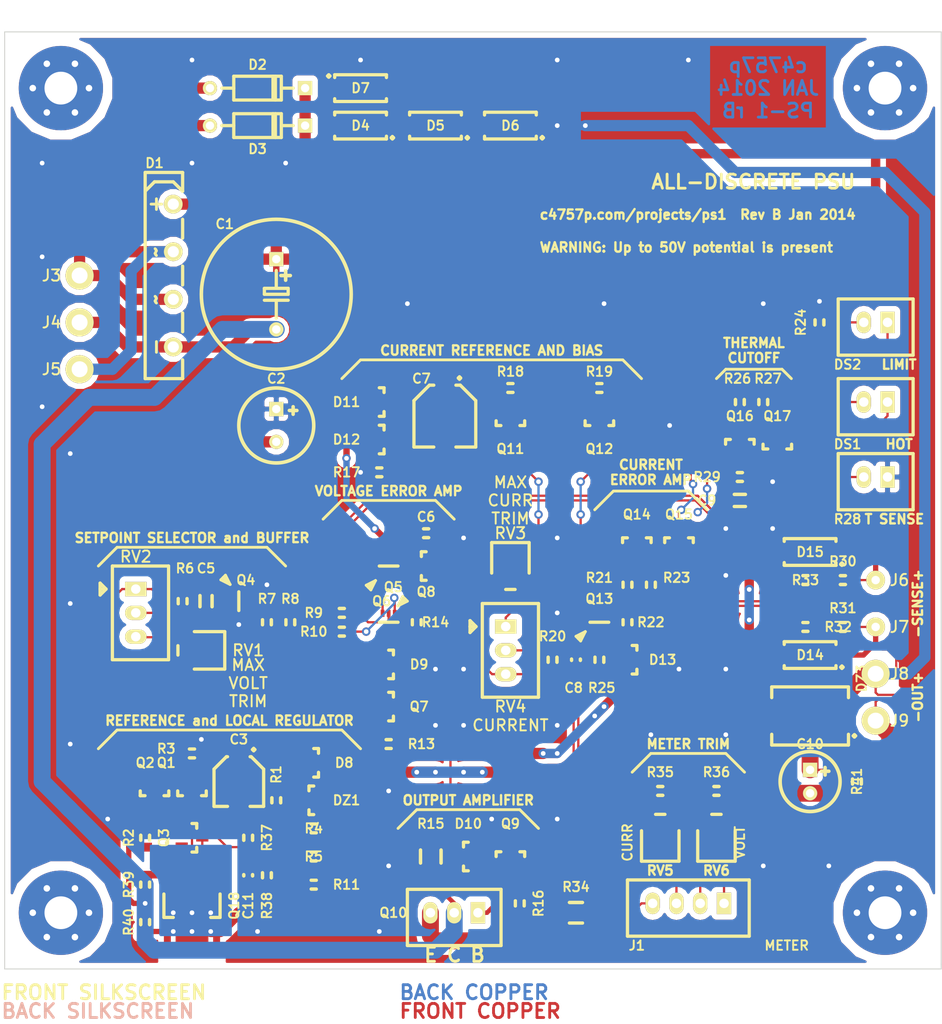
<source format=kicad_pcb>
(kicad_pcb (version 3) (host pcbnew "(2013-12-31 BZR 4598)-product")
  (layers (15 F.Cu jumper) (0 B.Cu signal hide) (18 B.Paste user) (19 F.Paste user) (20 B.SilkS user) (21 F.SilkS user) (22 B.Mask user) (23 F.Mask user) (28 Edge.Cuts user))
  (net 0 "")
  (net 1 /FB+)
  (net 2 /FB-)
  (net 3 /V+)
  (net 4 /V-)
  (net 5 /VBIAS)
  (net 6 /VCC)
  (net 7 /VEE)
  (net 8 "Net-(C10-Pad2)")
  (net 9 "Net-(C11-Pad1)")
  (net 10 "Net-(C3-Pad2)")
  (net 11 "Net-(C4-Pad2)")
  (net 12 "Net-(C5-Pad2)")
  (net 13 "Net-(C6-Pad2)")
  (net 14 "Net-(C8-Pad1)")
  (net 15 "Net-(C8-Pad2)")
  (net 16 "Net-(C9-Pad1)")
  (net 17 "Net-(D1-Pad2)")
  (net 18 "Net-(D1-Pad3)")
  (net 19 "Net-(D10-Pad1)")
  (net 20 "Net-(D11-Pad3)")
  (net 21 "Net-(D13-Pad1)")
  (net 22 "Net-(D14-Pad1)")
  (net 23 "Net-(D15-Pad1)")
  (net 24 "Net-(D4-Pad1)")
  (net 25 "Net-(D5-Pad1)")
  (net 26 "Net-(D8-Pad3)")
  (net 27 "Net-(D9-Pad1)")
  (net 28 "Net-(DS1-PadA)")
  (net 29 "Net-(DS1-PadK)")
  (net 30 "Net-(DS2-PadA)")
  (net 31 "Net-(DS2-PadK)")
  (net 32 "Net-(J1-Pad1)")
  (net 33 "Net-(J1-Pad3)")
  (net 34 "Net-(MP1-Pad1)")
  (net 35 "Net-(MP2-Pad1)")
  (net 36 "Net-(MP3-Pad1)")
  (net 37 "Net-(MP4-Pad1)")
  (net 38 "Net-(Q1-Pad2)")
  (net 39 "Net-(Q1-Pad3)")
  (net 40 "Net-(Q10-Pad1)")
  (net 41 "Net-(Q11-Pad2)")
  (net 42 "Net-(Q11-Pad3)")
  (net 43 "Net-(Q12-Pad2)")
  (net 44 "Net-(Q12-Pad3)")
  (net 45 "Net-(Q13-Pad2)")
  (net 46 "Net-(Q13-Pad6)")
  (net 47 "Net-(Q14-Pad1)")
  (net 48 "Net-(Q15-Pad1)")
  (net 49 "Net-(Q16-Pad3)")
  (net 50 "Net-(Q18-Pad3)")
  (net 51 "Net-(Q4-Pad4)")
  (net 52 "Net-(Q4-Pad5)")
  (net 53 "Net-(Q5-Pad1)")
  (net 54 "Net-(Q5-Pad6)")
  (net 55 "Net-(Q6-Pad6)")
  (net 56 "Net-(Q7-Pad1)")
  (net 57 "Net-(Q7-Pad2)")
  (net 58 "Net-(R35-Pad2)")
  (net 59 "Net-(R36-Pad2)")
  (net 60 "Net-(R4-Pad2)")
  (net 61 "Net-(RV1-Pad1)")
  (net 62 "Net-(RV3-Pad2)")
  (module conn:CONN_4-SIL (layer F.Cu) (at 145 117 180)
    (fp_text reference J1 (at 5.5 -4.5 180) (layer F.SilkS) (effects (font (size 1.00076 1.00076) (thickness 0.2032))))
    (fp_text value METER hide)
    (pad 1 thru_hole rect (at -3.81 0 180) (size 1.524 2.286) (drill 1.016) (layers *.Cu *.Mask F.SilkS) (net 32 "Net-(J1-Pad1)"))
    (pad 2 thru_hole oval (at -1.27 0 180) (size 1.524 2.286) (drill 1.016) (layers *.Cu *.Mask F.SilkS) (net 8 "Net-(C10-Pad2)"))
    (pad 3 thru_hole oval (at 1.27 0 180) (size 1.524 2.286) (drill 1.016) (layers *.Cu *.Mask F.SilkS) (net 33 "Net-(J1-Pad3)"))
    (pad 4 thru_hole oval (at 3.81 0 180) (size 1.524 2.286) (drill 1.016) (layers *.Cu *.Mask F.SilkS) (net 15 "Net-(C8-Pad2)"))
  )
  (module D2 (layer F.Cu) (at 90 50 90)
    (fp_text reference D1 (at 12 -2 180) (layer F.SilkS) (effects (font (thickness 0.2))))
    (fp_text value "GBU 100V" hide)
    (fp_text user ~~ (at 2.54 -1.905 90) (layer F.SilkS) (effects (font (size 1.5 1.5) (thickness 0.3))))
    (fp_text user ~~ (at -2.54 -1.905 90) (layer F.SilkS) (effects (font (size 1.5 1.5) (thickness 0.3))))
    (fp_text user - (at -7.62 -1.905 90) (layer F.SilkS) (effects (font (size 1.5 1.5) (thickness 0.3))))
    (fp_text user + (at 7.62 -1.905 90) (layer F.SilkS) (effects (font (size 1.5 1.5) (thickness 0.3))))
    (pad 2 thru_hole circle (at -2.54 0 90) (size 2 2) (drill 1.2) (layers *.Cu *.Mask F.SilkS) (net 17 "Net-(D1-Pad2)"))
    (pad 1 thru_hole circle (at -7.62 0 90) (size 2 2) (drill 1.2) (layers *.Cu *.Mask F.SilkS) (net 4 /V-))
    (pad 3 thru_hole circle (at 2.54 0 90) (size 2 2) (drill 1.2) (layers *.Cu *.Mask F.SilkS) (net 18 "Net-(D1-Pad3)"))
    (pad 4 thru_hole circle (at 7.62 0 90) (size 2 2) (drill 1.2) (layers *.Cu *.Mask F.SilkS) (net 6 /VCC))
  )
  (module LOGO (layer F.Cu) (at 124 43.5)
    (fp_text reference G*** hide)
    (fp_text value LOGO hide)
  )
  (module LOGO (layer F.Cu) (at 124 43.5)
    (fp_text reference G*** hide)
    (fp_text value LOGO hide)
    (fp_poly (pts (xy 4.826 -3.58394) (xy 4.7752 -3.42138) (xy 4.65836 -3.37566) (xy 4.53136 -3.4417) (xy 4.44246 -3.61442) (xy 4.43992 -3.6195) (xy 4.34594 -3.9751) (xy 4.22402 -4.30276) (xy 4.09448 -4.55676) (xy 4.00812 -4.66852) (xy 3.8989 -4.7244) (xy 3.78968 -4.66852) (xy 3.683 -4.55422) (xy 3.53568 -4.33578) (xy 3.39344 -4.04876) (xy 3.34518 -3.92176) (xy 3.23342 -3.63728) (xy 3.07848 -3.2766) (xy 2.91592 -2.91846) (xy 2.91084 -2.9083) (xy 2.66954 -2.49174) (xy 2.4257 -2.24028) (xy 2.1717 -2.159) (xy 1.90246 -2.24282) (xy 1.62052 -2.49174) (xy 1.58496 -2.53492) (xy 1.36144 -2.79654) (xy 1.33604 -2.27076) (xy 1.31318 -1.74498) (xy 0.78232 -1.57734) (xy 0.254 -1.40716) (xy 0.254 -0.07874) (xy 0.254 1.25222) (xy 0.48768 1.3081) (xy 0.73406 1.36906) (xy 1.01346 1.44018) (xy 1.02616 1.44272) (xy 1.33096 1.524) (xy 1.37414 2.49936) (xy 1.39446 2.89052) (xy 1.41732 3.2131) (xy 1.44018 3.43408) (xy 1.45796 3.5179) (xy 1.55702 3.5306) (xy 1.78054 3.52298) (xy 2.09296 3.50012) (xy 2.25298 3.48742) (xy 2.67462 3.44932) (xy 2.95656 3.4417) (xy 3.12166 3.4671) (xy 3.2004 3.52552) (xy 3.21818 3.60426) (xy 3.15214 3.70078) (xy 2.98196 3.8735) (xy 2.73304 4.09448) (xy 2.43586 4.34594) (xy 2.11836 4.5974) (xy 1.81356 4.83108) (xy 1.55194 5.0165) (xy 1.3589 5.13588) (xy 1.28016 5.16382) (xy 1.15824 5.11556) (xy 0.93726 4.98094) (xy 0.65024 4.7879) (xy 0.39878 4.60248) (xy 0.08128 4.34594) (xy -0.16256 4.12496) (xy -0.30988 3.95986) (xy -0.33782 3.89382) (xy -0.25654 3.77698) (xy -0.02032 3.69316) (xy 0.36576 3.64998) (xy 0.65532 3.64236) (xy 1.016 3.63982) (xy 1.016 2.7559) (xy 1.01092 2.3876) (xy 0.99568 2.08788) (xy 0.97282 1.8923) (xy 0.9525 1.83642) (xy 0.83312 1.79832) (xy 0.6223 1.7526) (xy 0.5715 1.74244) (xy 0.36576 1.7145) (xy 0.27432 1.75006) (xy 0.254 1.8796) (xy 0.254 1.94564) (xy 0.21082 2.13868) (xy 0.10922 2.26822) (xy -0.01016 2.29108) (xy -0.0508 2.26314) (xy -0.07366 2.16662) (xy -0.10414 1.93802) (xy -0.13462 1.61798) (xy -0.1524 1.38684) (xy -0.21082 0.55118) (xy -0.49276 1.03632) (xy -0.70104 1.35128) (xy -0.87122 1.50622) (xy -0.93726 1.524) (xy -1.07188 1.46558) (xy -1.08712 1.30556) (xy -0.98806 1.06426) (xy -0.93218 0.97282) (xy -0.80264 0.762) (xy -0.78994 0.6604) (xy -0.90932 0.65278) (xy -1.11506 0.6985) (xy -1.53924 0.73914) (xy -1.99898 0.63754) (xy -2.51206 0.39624) (xy -2.63652 0.32258) (xy -3.175 0.08128) (xy -3.73126 0.00508) (xy -4.31038 0.09906) (xy -4.48818 0.16002) (xy -4.81584 0.2794) (xy -5.01904 0.32512) (xy -5.12572 0.3048) (xy -5.16382 0.21082) (xy -5.16382 0.1651) (xy -5.08254 0.00254) (xy -4.83362 -0.14478) (xy -4.42976 -0.2794) (xy -4.04114 -0.36322) (xy -3.52298 -0.40386) (xy -3.02768 -0.31496) (xy -2.51206 -0.0889) (xy -2.33172 0.01524) (xy -2.03962 0.17018) (xy -1.74752 0.28194) (xy -1.6002 0.3175) (xy -1.36398 0.32004) (xy -1.10998 0.28448) (xy -0.889 0.22098) (xy -0.74676 0.14478) (xy -0.72644 0.0762) (xy -0.82042 0) (xy -1.02616 -0.12192) (xy -1.30302 -0.27178) (xy -1.36144 -0.29972) (xy -1.6891 -0.47752) (xy -1.87706 -0.61976) (xy -1.94564 -0.74168) (xy -1.94818 -0.76454) (xy -1.92024 -0.88138) (xy -1.82118 -0.91948) (xy -1.63576 -0.87884) (xy -1.3462 -0.75184) (xy -0.96012 -0.55118) (xy -0.65278 -0.38608) (xy -0.40386 -0.25654) (xy -0.24892 -0.18288) (xy -0.2159 -0.17018) (xy -0.19812 -0.24892) (xy -0.18288 -0.4699) (xy -0.16764 -0.8001) (xy -0.15494 -1.20904) (xy -0.14986 -1.41732) (xy -0.1397 -1.90246) (xy -0.127 -2.24282) (xy -0.10922 -2.4638) (xy -0.08128 -2.5908) (xy -0.04064 -2.64922) (xy 0.02032 -2.667) (xy 0.04318 -2.667) (xy 0.14732 -2.63906) (xy 0.20574 -2.53238) (xy 0.23368 -2.2987) (xy 0.23622 -2.26568) (xy 0.26162 -2.032) (xy 0.29464 -1.88468) (xy 0.31242 -1.86436) (xy 0.41656 -1.88468) (xy 0.61976 -1.94056) (xy 0.68834 -1.96088) (xy 1.016 -2.05994) (xy 1.016 -3.65506) (xy 1.016 -4.21132) (xy 1.02108 -4.62026) (xy 1.0287 -4.90474) (xy 1.04648 -5.08762) (xy 1.07442 -5.19176) (xy 1.11252 -5.23748) (xy 1.1684 -5.25018) (xy 1.18618 -5.25018) (xy 1.26746 -5.23494) (xy 1.31826 -5.17144) (xy 1.34366 -5.02412) (xy 1.35382 -4.75996) (xy 1.35382 -4.55168) (xy 1.36398 -4.15798) (xy 1.40208 -3.86334) (xy 1.4859 -3.59664) (xy 1.59512 -3.34518) (xy 1.75006 -3.05562) (xy 1.905 -2.81178) (xy 2.01168 -2.68224) (xy 2.14122 -2.58318) (xy 2.23774 -2.59842) (xy 2.35458 -2.71272) (xy 2.45618 -2.86766) (xy 2.5908 -3.13944) (xy 2.74066 -3.48234) (xy 2.83464 -3.7211) (xy 3.09626 -4.33832) (xy 3.3528 -4.78282) (xy 3.60934 -5.06222) (xy 3.86334 -5.17144) (xy 4.11734 -5.11048) (xy 4.35102 -4.90728) (xy 4.51866 -4.6355) (xy 4.6736 -4.27228) (xy 4.78536 -3.89382) (xy 4.826 -3.58394) (xy 4.826 -3.58394)) (layer F.Cu) (width 0.00254))
  )
  (module conn:CONN_2-SIL (layer F.Cu) (at 165 63.5 180)
    (fp_text reference DS1 (at 3 -4.5 180) (layer F.SilkS) (effects (font (size 1.00076 1.00076) (thickness 0.2032))))
    (fp_text value HOT hide)
    (pad K thru_hole rect (at -1.27 0 180) (size 1.524 2.286) (drill 1.016) (layers *.Cu *.Mask F.SilkS) (net 29 "Net-(DS1-PadK)"))
    (pad A thru_hole oval (at 1.27 0 180) (size 1.524 2.286) (drill 1.016) (layers *.Cu *.Mask F.SilkS) (net 28 "Net-(DS1-PadA)"))
  )
  (module conn:CONN_2-SIL (layer F.Cu) (at 165 55 180)
    (fp_text reference DS2 (at 3 -4.5 180) (layer F.SilkS) (effects (font (size 1.00076 1.00076) (thickness 0.2032))))
    (fp_text value LIMIT hide)
    (pad K thru_hole rect (at -1.27 0 180) (size 1.524 2.286) (drill 1.016) (layers *.Cu *.Mask F.SilkS) (net 31 "Net-(DS2-PadK)"))
    (pad A thru_hole oval (at 1.27 0 180) (size 1.524 2.286) (drill 1.016) (layers *.Cu *.Mask F.SilkS) (net 30 "Net-(DS2-PadA)"))
  )
  (module conn:CONN_2-SIL (layer F.Cu) (at 165 71.5 180)
    (fp_text reference R28 (at 3 -4.5 180) (layer F.SilkS) (effects (font (size 1.00076 1.00076) (thickness 0.2032))))
    (fp_text value 100k hide)
    (pad 1 thru_hole rect (at -1.27 0 180) (size 1.524 2.286) (drill 1.016) (layers *.Cu *.Mask F.SilkS) (net 3 /V+))
    (pad 2 thru_hole oval (at 1.27 0 180) (size 1.524 2.286) (drill 1.016) (layers *.Cu *.Mask F.SilkS) (net 16 "Net-(C9-Pad1)"))
  )
  (module IPC-semi-nominal:SC-70-6 (layer F.Cu) (at 113 81 90)
    (fp_text reference Q5 (at -2.25 0.5 180) (layer F.SilkS) (effects (font (thickness 0.2))))
    (fp_text value PMP5201Y hide)
    (pad 5 smd rect (at 0.95 0 270) (size 0.75 0.4) (layers F.Cu F.Paste F.Mask) (net 6 /VCC))
    (pad 1 smd rect (at -0.95 -0.65 270) (size 0.75 0.4) (layers F.Cu F.Paste F.Mask) (net 53 "Net-(Q5-Pad1)"))
    (pad 3 smd rect (at -0.95 0.65 270) (size 0.75 0.4) (layers F.Cu F.Paste F.Mask) (net 53 "Net-(Q5-Pad1)"))
    (pad 2 smd rect (at -0.95 0 270) (size 0.75 0.4) (layers F.Cu F.Paste F.Mask) (net 53 "Net-(Q5-Pad1)"))
    (pad 4 smd rect (at 0.95 0.65 270) (size 0.75 0.4) (layers F.Cu F.Paste F.Mask) (net 6 /VCC))
    (pad 6 smd rect (at 0.95 -0.65 270) (size 0.75 0.4) (layers F.Cu F.Paste F.Mask) (net 54 "Net-(Q5-Pad6)"))
  )
  (module conn:CONN_3-SIL (layer F.Cu) (at 120 118 180)
    (fp_text reference Q10 (at 6.5 0 180) (layer F.SilkS) (effects (font (thickness 0.2))))
    (fp_text value TIP105 hide)
    (pad 1 thru_hole rect (at -2.54 0 180) (size 1.524 2.286) (drill 1.016) (layers *.Cu *.Mask F.SilkS) (net 40 "Net-(Q10-Pad1)"))
    (pad 2 thru_hole oval (at 0 0 180) (size 1.524 2.286) (drill 1.016) (layers *.Cu *.Mask F.SilkS) (net 4 /V-))
    (pad 3 thru_hole oval (at 2.54 0 180) (size 1.524 2.286) (drill 1.016) (layers *.Cu *.Mask F.SilkS) (net 15 "Net-(C8-Pad2)"))
  )
  (module IPC-semi-nominal:SC-70-6 (layer F.Cu) (at 135.5 87 90)
    (fp_text reference Q13 (at 2.5 0 180) (layer F.SilkS) (effects (font (thickness 0.2))))
    (fp_text value PMP5201Y hide)
    (pad 5 smd rect (at 0.95 0 270) (size 0.75 0.4) (layers F.Cu F.Paste F.Mask) (net 44 "Net-(Q12-Pad3)"))
    (pad 1 smd rect (at -0.95 -0.65 270) (size 0.75 0.4) (layers F.Cu F.Paste F.Mask) (net 14 "Net-(C8-Pad1)"))
    (pad 3 smd rect (at -0.95 0.65 270) (size 0.75 0.4) (layers F.Cu F.Paste F.Mask) (net 21 "Net-(D13-Pad1)"))
    (pad 2 smd rect (at -0.95 0 270) (size 0.75 0.4) (layers F.Cu F.Paste F.Mask) (net 45 "Net-(Q13-Pad2)"))
    (pad 4 smd rect (at 0.95 0.65 270) (size 0.75 0.4) (layers F.Cu F.Paste F.Mask) (net 44 "Net-(Q12-Pad3)"))
    (pad 6 smd rect (at 0.95 -0.65 270) (size 0.75 0.4) (layers F.Cu F.Paste F.Mask) (net 46 "Net-(Q13-Pad6)"))
  )
  (module IPC-semi-nominal:SC-70-6 (layer F.Cu) (at 113 87 270)
    (fp_text reference Q6 (at -2.25 0.75 360) (layer F.SilkS) (effects (font (thickness 0.2))))
    (fp_text value PMP4201Y hide)
    (pad 5 smd rect (at 0.95 0 90) (size 0.75 0.4) (layers F.Cu F.Paste F.Mask) (net 27 "Net-(D9-Pad1)"))
    (pad 1 smd rect (at -0.95 -0.65 90) (size 0.75 0.4) (layers F.Cu F.Paste F.Mask) (net 1 /FB+))
    (pad 3 smd rect (at -0.95 0.65 90) (size 0.75 0.4) (layers F.Cu F.Paste F.Mask) (net 53 "Net-(Q5-Pad1)"))
    (pad 2 smd rect (at -0.95 0 90) (size 0.75 0.4) (layers F.Cu F.Paste F.Mask) (net 2 /FB-))
    (pad 4 smd rect (at 0.95 0.65 90) (size 0.75 0.4) (layers F.Cu F.Paste F.Mask) (net 27 "Net-(D9-Pad1)"))
    (pad 6 smd rect (at 0.95 -0.65 90) (size 0.75 0.4) (layers F.Cu F.Paste F.Mask) (net 55 "Net-(Q6-Pad6)"))
  )
  (module IPC-semi-nominal:SC-70-6 (layer F.Cu) (at 97 84.75)
    (fp_text reference Q4 (at 0.75 -2.25 180) (layer F.SilkS) (effects (font (thickness 0.2))))
    (fp_text value PMP4201Y hide)
    (pad 5 smd rect (at 0.95 0 180) (size 0.75 0.4) (layers F.Cu F.Paste F.Mask) (net 52 "Net-(Q4-Pad5)"))
    (pad 1 smd rect (at -0.95 -0.65 180) (size 0.75 0.4) (layers F.Cu F.Paste F.Mask) (net 3 /V+))
    (pad 3 smd rect (at -0.95 0.65 180) (size 0.75 0.4) (layers F.Cu F.Paste F.Mask) (net 3 /V+))
    (pad 2 smd rect (at -0.95 0 180) (size 0.75 0.4) (layers F.Cu F.Paste F.Mask) (net 12 "Net-(C5-Pad2)"))
    (pad 4 smd rect (at 0.95 0.65 180) (size 0.75 0.4) (layers F.Cu F.Paste F.Mask) (net 51 "Net-(Q4-Pad4)"))
    (pad 6 smd rect (at 0.95 -0.65 180) (size 0.75 0.4) (layers F.Cu F.Paste F.Mask) (net 3 /V+))
  )
  (module passive:C-ALUM-8mm (layer F.Cu) (at 101 66 270)
    (fp_text reference C2 (at -5 0 360) (layer F.SilkS) (effects (font (thickness 0.2))))
    (fp_text value 47u hide)
    (pad 1 thru_hole rect (at -1.75006 0 270) (size 1.524 1.524) (drill 0.889) (layers *.Cu *.Mask F.SilkS) (net 3 /V+))
    (pad 2 thru_hole circle (at 1.75006 0 270) (size 1.524 1.524) (drill 0.889) (layers *.Cu *.Mask F.SilkS) (net 4 /V-))
  )
  (module passive:C-ALUM-16mm (layer F.Cu) (at 101 52 270)
    (fp_text reference C1 (at -7.5 5.5 360) (layer F.SilkS) (effects (font (thickness 0.2))))
    (fp_text value "1000u 63V" hide)
    (pad 1 thru_hole rect (at -3.74904 0 270) (size 1.524 1.524) (drill 0.889) (layers *.Cu *.Mask F.SilkS) (net 6 /VCC))
    (pad 2 thru_hole circle (at 3.74904 0 270) (size 1.524 1.524) (drill 0.889) (layers *.Cu *.Mask F.SilkS) (net 4 /V-))
  )
  (module IPC7351-Nominal:CAPAE660X570 (layer F.Cu) (at 119 65 270)
    (fp_text reference C7 (at -4 2.5 360) (layer F.SilkS) (effects (font (thickness 0.2))))
    (fp_text value "47u 10V" hide)
    (pad 1 smd rect (at -2.45 0 270) (size 3.15 1.6) (layers F.Cu F.Paste F.Mask) (net 6 /VCC))
    (pad 2 smd rect (at 2.45 0 270) (size 3.15 1.6) (layers F.Cu F.Paste F.Mask) (net 5 /VBIAS))
  )
  (module IPC7351-Nominal:CAPC2012X70 (layer F.Cu) (at 133 91 270)
    (fp_text reference C8 (at 3 0.25 360) (layer F.SilkS) (effects (font (thickness 0.2))))
    (fp_text value 10n hide)
    (pad 1 smd rect (at -0.9 0 270) (size 1.15 1.45) (layers F.Cu F.Paste F.Mask) (net 14 "Net-(C8-Pad1)"))
    (pad 2 smd rect (at 0.9 0 270) (size 1.15 1.45) (layers F.Cu F.Paste F.Mask) (net 15 "Net-(C8-Pad2)"))
  )
  (module passive:C-ALUM-6.3mm (layer F.Cu) (at 158 104 270)
    (fp_text reference C10 (at -4 0 360) (layer F.SilkS) (effects (font (thickness 0.2))))
    (fp_text value "47u 63V" hide)
    (pad 1 thru_hole rect (at -1.24968 0 270) (size 1.524 1.524) (drill 0.889) (layers *.Cu *.Mask F.SilkS) (net 3 /V+))
    (pad 2 thru_hole circle (at 1.24968 0 270) (size 1.524 1.524) (drill 0.889) (layers *.Cu *.Mask F.SilkS) (net 8 "Net-(C10-Pad2)"))
  )
  (module IPC-semi-nominal:SOT-23 (layer F.Cu) (at 105 102)
    (fp_text reference D8 (at 3.25 0) (layer F.SilkS) (effects (font (thickness 0.2))))
    (fp_text value MMBD4148 hide)
    (pad 1 smd rect (at -1.1 -0.95) (size 1.3 0.9) (layers F.Cu F.Paste F.Mask) (net 3 /V+))
    (pad 2 smd rect (at -1.1 0.95) (size 1.3 0.9) (layers F.Cu F.Paste F.Mask))
    (pad 3 smd rect (at 1.1 0) (size 1.3 0.8) (layers F.Cu F.Paste F.Mask) (net 26 "Net-(D8-Pad3)"))
  )
  (module IPC-semi-nominal:SOT-23 (layer F.Cu) (at 113 91.5)
    (fp_text reference D9 (at 3.25 0) (layer F.SilkS) (effects (font (thickness 0.2))))
    (fp_text value MMBD4148 hide)
    (pad 1 smd rect (at -1.1 -0.95) (size 1.3 0.9) (layers F.Cu F.Paste F.Mask) (net 27 "Net-(D9-Pad1)"))
    (pad 2 smd rect (at -1.1 0.95) (size 1.3 0.9) (layers F.Cu F.Paste F.Mask))
    (pad 3 smd rect (at 1.1 0) (size 1.3 0.8) (layers F.Cu F.Paste F.Mask) (net 2 /FB-))
  )
  (module IPC-semi-nominal:SOT-23 (layer F.Cu) (at 105 106 180)
    (fp_text reference DZ1 (at -3.5 0 180) (layer F.SilkS) (effects (font (thickness 0.2))))
    (fp_text value BZX84B6V2 hide)
    (pad 1 smd rect (at -1.1 -0.95 180) (size 1.3 0.9) (layers F.Cu F.Paste F.Mask) (net 11 "Net-(C4-Pad2)"))
    (pad 2 smd rect (at -1.1 0.95 180) (size 1.3 0.9) (layers F.Cu F.Paste F.Mask))
    (pad 3 smd rect (at 1.1 0 180) (size 1.3 0.8) (layers F.Cu F.Paste F.Mask) (net 26 "Net-(D8-Pad3)"))
  )
  (module conn:TEST (layer F.Cu) (at 80 50)
    (fp_text reference J3 (at -3 0) (layer F.SilkS) (effects (font (size 1.2 1.2) (thickness 0.2))))
    (fp_text value T1A hide)
    (pad 1 thru_hole circle (at 0 0) (size 3 3) (drill 1.7) (layers *.Cu *.Mask F.SilkS) (net 17 "Net-(D1-Pad2)"))
  )
  (module conn:TEST (layer F.Cu) (at 80 55)
    (fp_text reference J4 (at -3 0) (layer F.SilkS) (effects (font (size 1.2 1.2) (thickness 0.2))))
    (fp_text value T1B hide)
    (pad 1 thru_hole circle (at 0 0) (size 3 3) (drill 1.7) (layers *.Cu *.Mask F.SilkS) (net 4 /V-))
  )
  (module conn:TEST (layer F.Cu) (at 80 60)
    (fp_text reference J5 (at -3 0) (layer F.SilkS) (effects (font (size 1.2 1.2) (thickness 0.2))))
    (fp_text value T1C hide)
    (pad 1 thru_hole circle (at 0 0) (size 3 3) (drill 1.7) (layers *.Cu *.Mask F.SilkS) (net 18 "Net-(D1-Pad3)"))
  )
  (module conn:TEST (layer F.Cu) (at 165 82.5)
    (fp_text reference J6 (at 2.54 0) (layer F.SilkS) (effects (font (size 1.2 1.2) (thickness 0.2))))
    (fp_text value SENSE+ hide)
    (pad 1 thru_hole circle (at 0 0) (size 2 2) (drill 0.9) (layers *.Cu *.Mask F.SilkS) (net 23 "Net-(D15-Pad1)"))
  )
  (module conn:TEST (layer F.Cu) (at 165 87.5)
    (fp_text reference J7 (at 2.54 0) (layer F.SilkS) (effects (font (size 1.2 1.2) (thickness 0.2))))
    (fp_text value SENSE- hide)
    (pad 1 thru_hole circle (at 0 0) (size 2 2) (drill 0.9) (layers *.Cu *.Mask F.SilkS) (net 22 "Net-(D14-Pad1)"))
  )
  (module conn:TEST (layer F.Cu) (at 165 92.5)
    (fp_text reference J8 (at 2.54 0) (layer F.SilkS) (effects (font (size 1.2 1.2) (thickness 0.2))))
    (fp_text value OUT+ hide)
    (pad 1 thru_hole circle (at 0 0) (size 3 3) (drill 1.7) (layers *.Cu *.Mask F.SilkS) (net 3 /V+))
  )
  (module conn:TEST (layer F.Cu) (at 165 97.5)
    (fp_text reference J9 (at 2.54 0) (layer F.SilkS) (effects (font (size 1.2 1.2) (thickness 0.2))))
    (fp_text value OUT- hide)
    (pad 1 thru_hole circle (at 0 0) (size 3 3) (drill 1.7) (layers *.Cu *.Mask F.SilkS) (net 8 "Net-(C10-Pad2)"))
  )
  (module IPC-semi-nominal:SOT-23 (layer F.Cu) (at 113 96)
    (fp_text reference Q7 (at 3.25 0) (layer F.SilkS) (effects (font (thickness 0.2))))
    (fp_text value MMBT3904 hide)
    (pad 1 smd rect (at -1.1 -0.95) (size 1.3 0.9) (layers F.Cu F.Paste F.Mask) (net 56 "Net-(Q7-Pad1)"))
    (pad 2 smd rect (at -1.1 0.95) (size 1.3 0.9) (layers F.Cu F.Paste F.Mask) (net 57 "Net-(Q7-Pad2)"))
    (pad 3 smd rect (at 1.1 0) (size 1.3 0.8) (layers F.Cu F.Paste F.Mask) (net 27 "Net-(D9-Pad1)"))
  )
  (module IPC-semi-nominal:SOT-23 (layer F.Cu) (at 117 81 180)
    (fp_text reference Q8 (at 0 -2.75 180) (layer F.SilkS) (effects (font (thickness 0.2))))
    (fp_text value MMBT2907A hide)
    (pad 1 smd rect (at -1.1 -0.95 180) (size 1.3 0.9) (layers F.Cu F.Paste F.Mask) (net 54 "Net-(Q5-Pad6)"))
    (pad 2 smd rect (at -1.1 0.95 180) (size 1.3 0.9) (layers F.Cu F.Paste F.Mask) (net 6 /VCC))
    (pad 3 smd rect (at 1.1 0 180) (size 1.3 0.8) (layers F.Cu F.Paste F.Mask) (net 13 "Net-(C6-Pad2)"))
  )
  (module IPC-semi-nominal:SOT-23 (layer F.Cu) (at 126 65.5 270)
    (fp_text reference Q11 (at 3 0 360) (layer F.SilkS) (effects (font (thickness 0.2))))
    (fp_text value MMBT2907A hide)
    (pad 1 smd rect (at -1.1 -0.95 270) (size 1.3 0.9) (layers F.Cu F.Paste F.Mask) (net 5 /VBIAS))
    (pad 2 smd rect (at -1.1 0.95 270) (size 1.3 0.9) (layers F.Cu F.Paste F.Mask) (net 41 "Net-(Q11-Pad2)"))
    (pad 3 smd rect (at 1.1 0 270) (size 1.3 0.8) (layers F.Cu F.Paste F.Mask) (net 42 "Net-(Q11-Pad3)"))
  )
  (module IPC-semi-nominal:SOT-23 (layer F.Cu) (at 135.5 65.5 270)
    (fp_text reference Q12 (at 3 0 360) (layer F.SilkS) (effects (font (thickness 0.2))))
    (fp_text value MMBT2907A hide)
    (pad 1 smd rect (at -1.1 -0.95 270) (size 1.3 0.9) (layers F.Cu F.Paste F.Mask) (net 5 /VBIAS))
    (pad 2 smd rect (at -1.1 0.95 270) (size 1.3 0.9) (layers F.Cu F.Paste F.Mask) (net 43 "Net-(Q12-Pad2)"))
    (pad 3 smd rect (at 1.1 0 270) (size 1.3 0.8) (layers F.Cu F.Paste F.Mask) (net 44 "Net-(Q12-Pad3)"))
  )
  (module IPC-semi-nominal:SOT-23 (layer F.Cu) (at 139.5 78.5 90)
    (fp_text reference Q14 (at 3 0 180) (layer F.SilkS) (effects (font (thickness 0.2))))
    (fp_text value MMBT3904 hide)
    (pad 1 smd rect (at -1.1 -0.95 90) (size 1.3 0.9) (layers F.Cu F.Paste F.Mask) (net 47 "Net-(Q14-Pad1)"))
    (pad 2 smd rect (at -1.1 0.95 90) (size 1.3 0.9) (layers F.Cu F.Paste F.Mask) (net 21 "Net-(D13-Pad1)"))
    (pad 3 smd rect (at 1.1 0 90) (size 1.3 0.8) (layers F.Cu F.Paste F.Mask) (net 2 /FB-))
  )
  (module IPC7351-Nominal:RESC2012X50 (layer F.Cu) (at 102.5 87 270)
    (fp_text reference R8 (at -2.5 0 360) (layer F.SilkS) (effects (font (thickness 0.2))))
    (fp_text value "62k 1%" hide)
    (pad 1 smd rect (at -1 0 270) (size 0.95 1.45) (layers F.Cu F.Paste F.Mask) (net 52 "Net-(Q4-Pad5)"))
    (pad 2 smd rect (at 1 0 270) (size 0.95 1.45) (layers F.Cu F.Paste F.Mask) (net 7 /VEE))
  )
  (module IPC7351-Nominal:RESC2012X50 (layer F.Cu) (at 100 87 270)
    (fp_text reference R7 (at -2.5 0 360) (layer F.SilkS) (effects (font (thickness 0.2))))
    (fp_text value "56k 1%" hide)
    (pad 1 smd rect (at -1 0 270) (size 0.95 1.45) (layers F.Cu F.Paste F.Mask) (net 51 "Net-(Q4-Pad4)"))
    (pad 2 smd rect (at 1 0 270) (size 0.95 1.45) (layers F.Cu F.Paste F.Mask) (net 7 /VEE))
  )
  (module IPC7351-Nominal:RESC2012X50 (layer F.Cu) (at 108 86)
    (fp_text reference R9 (at -3 0) (layer F.SilkS) (effects (font (thickness 0.2))))
    (fp_text value "22k 0.5%" hide)
    (pad 1 smd rect (at -1 0) (size 0.95 1.45) (layers F.Cu F.Paste F.Mask) (net 52 "Net-(Q4-Pad5)"))
    (pad 2 smd rect (at 1 0) (size 0.95 1.45) (layers F.Cu F.Paste F.Mask) (net 2 /FB-))
  )
  (module IPC7351-Nominal:RESC2012X50 (layer F.Cu) (at 108 88)
    (fp_text reference R10 (at -3 0) (layer F.SilkS) (effects (font (thickness 0.2))))
    (fp_text value "22k 0.5%" hide)
    (pad 1 smd rect (at -1 0) (size 0.95 1.45) (layers F.Cu F.Paste F.Mask) (net 51 "Net-(Q4-Pad4)"))
    (pad 2 smd rect (at 1 0) (size 0.95 1.45) (layers F.Cu F.Paste F.Mask) (net 1 /FB+))
  )
  (module IPC7351-Nominal:RESC2012X50 (layer F.Cu) (at 116 87 270)
    (fp_text reference R14 (at 0 -2 360) (layer F.SilkS) (effects (font (thickness 0.2))))
    (fp_text value 1k hide)
    (pad 1 smd rect (at -1 0 270) (size 0.95 1.45) (layers F.Cu F.Paste F.Mask) (net 54 "Net-(Q5-Pad6)"))
    (pad 2 smd rect (at 1 0 270) (size 0.95 1.45) (layers F.Cu F.Paste F.Mask) (net 55 "Net-(Q6-Pad6)"))
  )
  (module IPC7351-Nominal:RESC2012X50 (layer F.Cu) (at 105 115 180)
    (fp_text reference R11 (at -3.5 0 180) (layer F.SilkS) (effects (font (thickness 0.2))))
    (fp_text value 560 hide)
    (pad 1 smd rect (at -1 0 180) (size 0.95 1.45) (layers F.Cu F.Paste F.Mask) (net 56 "Net-(Q7-Pad1)"))
    (pad 2 smd rect (at 1 0 180) (size 0.95 1.45) (layers F.Cu F.Paste F.Mask) (net 7 /VEE))
  )
  (module IPC7351-Nominal:RESC2012X50 (layer F.Cu) (at 113 100)
    (fp_text reference R13 (at 3.5 0) (layer F.SilkS) (effects (font (thickness 0.2))))
    (fp_text value 1k hide)
    (pad 1 smd rect (at -1 0) (size 0.95 1.45) (layers F.Cu F.Paste F.Mask) (net 57 "Net-(Q7-Pad2)"))
    (pad 2 smd rect (at 1 0) (size 0.95 1.45) (layers F.Cu F.Paste F.Mask) (net 7 /VEE))
  )
  (module IPC7351-Nominal:RESC2012X50 (layer F.Cu) (at 126 62 180)
    (fp_text reference R18 (at 0 1.75 180) (layer F.SilkS) (effects (font (thickness 0.2))))
    (fp_text value 1k5 hide)
    (pad 1 smd rect (at -1 0 180) (size 0.95 1.45) (layers F.Cu F.Paste F.Mask) (net 6 /VCC))
    (pad 2 smd rect (at 1 0 180) (size 0.95 1.45) (layers F.Cu F.Paste F.Mask) (net 41 "Net-(Q11-Pad2)"))
  )
  (module IPC7351-Nominal:RESC2012X50 (layer F.Cu) (at 135.5 62 180)
    (fp_text reference R19 (at 0 1.75 180) (layer F.SilkS) (effects (font (thickness 0.2))))
    (fp_text value 820 hide)
    (pad 1 smd rect (at -1 0 180) (size 0.95 1.45) (layers F.Cu F.Paste F.Mask) (net 6 /VCC))
    (pad 2 smd rect (at 1 0 180) (size 0.95 1.45) (layers F.Cu F.Paste F.Mask) (net 43 "Net-(Q12-Pad2)"))
  )
  (module IPC7351-Nominal:RESC2012X50 (layer F.Cu) (at 161.5 82.5 180)
    (fp_text reference R30 (at 0 2 180) (layer F.SilkS) (effects (font (thickness 0.2))))
    (fp_text value "120k 0.5%" hide)
    (pad 1 smd rect (at -1 0 180) (size 0.95 1.45) (layers F.Cu F.Paste F.Mask) (net 23 "Net-(D15-Pad1)"))
    (pad 2 smd rect (at 1 0 180) (size 0.95 1.45) (layers F.Cu F.Paste F.Mask) (net 1 /FB+))
  )
  (module IPC7351-Nominal:RESC2012X50 (layer F.Cu) (at 161.5 87.5 180)
    (fp_text reference R31 (at 0 2 180) (layer F.SilkS) (effects (font (thickness 0.2))))
    (fp_text value "120k 0.5%" hide)
    (pad 1 smd rect (at -1 0 180) (size 0.95 1.45) (layers F.Cu F.Paste F.Mask) (net 22 "Net-(D14-Pad1)"))
    (pad 2 smd rect (at 1 0 180) (size 0.95 1.45) (layers F.Cu F.Paste F.Mask) (net 2 /FB-))
  )
  (module passive:TRIM-R-BOURNS-TC33X-2 (layer F.Cu) (at 93 90 270)
    (fp_text reference RV1 (at 0 -5 360) (layer F.SilkS) (effects (font (size 1.2 1.2) (thickness 0.2))))
    (fp_text value 10k hide)
    (pad 1 smd rect (at -1.4 1.8 270) (size 1.2 1.2) (layers F.Cu F.Paste F.Mask) (net 61 "Net-(RV1-Pad1)"))
    (pad 3 smd rect (at 1.4 1.8 270) (size 1.2 1.2) (layers F.Cu F.Paste F.Mask) (net 11 "Net-(C4-Pad2)"))
    (pad 2 smd rect (at 0 -1.45 270) (size 1.6 1.5) (layers F.Cu F.Paste F.Mask) (net 11 "Net-(C4-Pad2)"))
  )
  (module conn:CONN_3-SIL (layer F.Cu) (at 86 86 270)
    (fp_text reference RV2 (at -6 0 360) (layer F.SilkS) (effects (font (size 1.2 1.2) (thickness 0.2))))
    (fp_text value 10k hide)
    (pad 1 thru_hole rect (at -2.54 0 270) (size 1.524 2.286) (drill 1.016) (layers *.Cu *.Mask F.SilkS) (net 3 /V+))
    (pad 2 thru_hole oval (at 0 0 270) (size 1.524 2.286) (drill 1.016) (layers *.Cu *.Mask F.SilkS) (net 12 "Net-(C5-Pad2)"))
    (pad 3 thru_hole oval (at 2.54 0 270) (size 1.524 2.286) (drill 1.016) (layers *.Cu *.Mask F.SilkS) (net 61 "Net-(RV1-Pad1)"))
  )
  (module passive:TRIM-R-BOURNS-TC33X-2 (layer F.Cu) (at 126 81)
    (fp_text reference RV3 (at 0 -3.5 180) (layer F.SilkS) (effects (font (size 1.2 1.2) (thickness 0.2))))
    (fp_text value 5k hide)
    (pad 1 smd rect (at -1.4 1.8) (size 1.2 1.2) (layers F.Cu F.Paste F.Mask) (net 15 "Net-(C8-Pad2)"))
    (pad 3 smd rect (at 1.4 1.8) (size 1.2 1.2) (layers F.Cu F.Paste F.Mask) (net 42 "Net-(Q11-Pad3)"))
    (pad 2 smd rect (at 0 -1.45) (size 1.6 1.5) (layers F.Cu F.Paste F.Mask) (net 62 "Net-(RV3-Pad2)"))
  )
  (module mech:SCREW-4-SUPPORTED (layer F.Cu) (at 166 30)
    (fp_text reference MP4 hide)
    (fp_text value SCREW hide)
    (pad 1 thru_hole circle (at 0 0) (size 9 9) (drill 3.5) (layers *.Cu *.Mask) (net 37 "Net-(MP4-Pad1)") (clearance 1))
    (pad 1 thru_hole circle (at 3 0) (size 1 1) (drill 0.7) (layers *.Cu *.Mask) (net 37 "Net-(MP4-Pad1)"))
    (pad 1 thru_hole circle (at 1.5 2.6) (size 1 1) (drill 0.7) (layers *.Cu *.Mask) (net 37 "Net-(MP4-Pad1)"))
    (pad 1 thru_hole circle (at -1.5 2.6) (size 1 1) (drill 0.7) (layers *.Cu *.Mask) (net 37 "Net-(MP4-Pad1)"))
    (pad 1 thru_hole circle (at -3 0) (size 1 1) (drill 0.7) (layers *.Cu *.Mask) (net 37 "Net-(MP4-Pad1)"))
    (pad 1 thru_hole circle (at -1.5 -2.6) (size 1 1) (drill 0.7) (layers *.Cu *.Mask) (net 37 "Net-(MP4-Pad1)"))
    (pad 1 thru_hole circle (at 1.5 -2.6) (size 1 1) (drill 0.7) (layers *.Cu *.Mask) (net 37 "Net-(MP4-Pad1)"))
  )
  (module mech:SCREW-4-SUPPORTED (layer F.Cu) (at 166 118)
    (fp_text reference MP3 hide)
    (fp_text value SCREW hide)
    (pad 1 thru_hole circle (at 0 0) (size 9 9) (drill 3.5) (layers *.Cu *.Mask) (net 36 "Net-(MP3-Pad1)") (clearance 1))
    (pad 1 thru_hole circle (at 3 0) (size 1 1) (drill 0.7) (layers *.Cu *.Mask) (net 36 "Net-(MP3-Pad1)"))
    (pad 1 thru_hole circle (at 1.5 2.6) (size 1 1) (drill 0.7) (layers *.Cu *.Mask) (net 36 "Net-(MP3-Pad1)"))
    (pad 1 thru_hole circle (at -1.5 2.6) (size 1 1) (drill 0.7) (layers *.Cu *.Mask) (net 36 "Net-(MP3-Pad1)"))
    (pad 1 thru_hole circle (at -3 0) (size 1 1) (drill 0.7) (layers *.Cu *.Mask) (net 36 "Net-(MP3-Pad1)"))
    (pad 1 thru_hole circle (at -1.5 -2.6) (size 1 1) (drill 0.7) (layers *.Cu *.Mask) (net 36 "Net-(MP3-Pad1)"))
    (pad 1 thru_hole circle (at 1.5 -2.6) (size 1 1) (drill 0.7) (layers *.Cu *.Mask) (net 36 "Net-(MP3-Pad1)"))
  )
  (module mech:SCREW-4-SUPPORTED (layer F.Cu) (at 78 118)
    (fp_text reference MP2 hide)
    (fp_text value SCREW hide)
    (pad 1 thru_hole circle (at 0 0) (size 9 9) (drill 3.5) (layers *.Cu *.Mask) (net 35 "Net-(MP2-Pad1)") (clearance 1))
    (pad 1 thru_hole circle (at 3 0) (size 1 1) (drill 0.7) (layers *.Cu *.Mask) (net 35 "Net-(MP2-Pad1)"))
    (pad 1 thru_hole circle (at 1.5 2.6) (size 1 1) (drill 0.7) (layers *.Cu *.Mask) (net 35 "Net-(MP2-Pad1)"))
    (pad 1 thru_hole circle (at -1.5 2.6) (size 1 1) (drill 0.7) (layers *.Cu *.Mask) (net 35 "Net-(MP2-Pad1)"))
    (pad 1 thru_hole circle (at -3 0) (size 1 1) (drill 0.7) (layers *.Cu *.Mask) (net 35 "Net-(MP2-Pad1)"))
    (pad 1 thru_hole circle (at -1.5 -2.6) (size 1 1) (drill 0.7) (layers *.Cu *.Mask) (net 35 "Net-(MP2-Pad1)"))
    (pad 1 thru_hole circle (at 1.5 -2.6) (size 1 1) (drill 0.7) (layers *.Cu *.Mask) (net 35 "Net-(MP2-Pad1)"))
  )
  (module mech:SCREW-4-SUPPORTED (layer F.Cu) (at 78 30)
    (fp_text reference MP1 hide)
    (fp_text value SCREW hide)
    (pad 1 thru_hole circle (at 0 0) (size 9 9) (drill 3.5) (layers *.Cu *.Mask) (net 34 "Net-(MP1-Pad1)") (clearance 1))
    (pad 1 thru_hole circle (at 3 0) (size 1 1) (drill 0.7) (layers *.Cu *.Mask) (net 34 "Net-(MP1-Pad1)"))
    (pad 1 thru_hole circle (at 1.5 2.6) (size 1 1) (drill 0.7) (layers *.Cu *.Mask) (net 34 "Net-(MP1-Pad1)"))
    (pad 1 thru_hole circle (at -1.5 2.6) (size 1 1) (drill 0.7) (layers *.Cu *.Mask) (net 34 "Net-(MP1-Pad1)"))
    (pad 1 thru_hole circle (at -3 0) (size 1 1) (drill 0.7) (layers *.Cu *.Mask) (net 34 "Net-(MP1-Pad1)"))
    (pad 1 thru_hole circle (at -1.5 -2.6) (size 1 1) (drill 0.7) (layers *.Cu *.Mask) (net 34 "Net-(MP1-Pad1)"))
    (pad 1 thru_hole circle (at 1.5 -2.6) (size 1 1) (drill 0.7) (layers *.Cu *.Mask) (net 34 "Net-(MP1-Pad1)"))
  )
  (module conn:CONN_3-SIL (layer F.Cu) (at 125.5 90 270)
    (fp_text reference RV4 (at 6 -0.5 360) (layer F.SilkS) (effects (font (size 1.2 1.2) (thickness 0.2))))
    (fp_text value 10k hide)
    (pad 1 thru_hole rect (at -2.54 0 270) (size 1.524 2.286) (drill 1.016) (layers *.Cu *.Mask F.SilkS) (net 62 "Net-(RV3-Pad2)"))
    (pad 2 thru_hole oval (at 0 0 270) (size 1.524 2.286) (drill 1.016) (layers *.Cu *.Mask F.SilkS) (net 14 "Net-(C8-Pad1)"))
    (pad 3 thru_hole oval (at 2.54 0 270) (size 1.524 2.286) (drill 1.016) (layers *.Cu *.Mask F.SilkS) (net 15 "Net-(C8-Pad2)"))
  )
  (module IPC7351-Nominal:RESC2012X50 (layer F.Cu) (at 157.5 87.5)
    (fp_text reference R32 (at 3.5 0) (layer F.SilkS) (effects (font (thickness 0.2))))
    (fp_text value 100 hide)
    (pad 1 smd rect (at -1 0) (size 0.95 1.45) (layers F.Cu F.Paste F.Mask) (net 8 "Net-(C10-Pad2)"))
    (pad 2 smd rect (at 1 0) (size 0.95 1.45) (layers F.Cu F.Paste F.Mask) (net 22 "Net-(D14-Pad1)"))
  )
  (module IPC7351-Nominal:RESC3225X60 (layer F.Cu) (at 133 118)
    (fp_text reference R34 (at 0 -2.75) (layer F.SilkS) (effects (font (thickness 0.2))))
    (fp_text value "* 1/2W" hide)
    (pad 1 smd rect (at -1.5 0) (size 1.1 2.7) (layers F.Cu F.Paste F.Mask) (net 15 "Net-(C8-Pad2)"))
    (pad 2 smd rect (at 1.5 0) (size 1.1 2.7) (layers F.Cu F.Paste F.Mask) (net 8 "Net-(C10-Pad2)"))
  )
  (module IPC7351-Nominal:RESC2012X50 (layer F.Cu) (at 138.5 87 270)
    (fp_text reference R22 (at 0 -2.5 360) (layer F.SilkS) (effects (font (thickness 0.2))))
    (fp_text value 1k hide)
    (pad 1 smd rect (at -1 0 270) (size 0.95 1.45) (layers F.Cu F.Paste F.Mask) (net 47 "Net-(Q14-Pad1)"))
    (pad 2 smd rect (at 1 0 270) (size 0.95 1.45) (layers F.Cu F.Paste F.Mask) (net 21 "Net-(D13-Pad1)"))
  )
  (module IPC7351-Nominal:RESC2012X50 (layer F.Cu) (at 117 77.5)
    (fp_text reference C6 (at 0 -1.75) (layer F.SilkS) (effects (font (thickness 0.2))))
    (fp_text value "33p 50V" hide)
    (pad 1 smd rect (at -1 0) (size 0.95 1.45) (layers F.Cu F.Paste F.Mask) (net 2 /FB-))
    (pad 2 smd rect (at 1 0) (size 0.95 1.45) (layers F.Cu F.Paste F.Mask) (net 13 "Net-(C6-Pad2)"))
  )
  (module IPC7351-Nominal:RESC2012X50 (layer F.Cu) (at 130.5 91 270)
    (fp_text reference R20 (at -2.5 0 360) (layer F.SilkS) (effects (font (thickness 0.2))))
    (fp_text value 12k hide)
    (pad 1 smd rect (at -1 0 270) (size 0.95 1.45) (layers F.Cu F.Paste F.Mask) (net 14 "Net-(C8-Pad1)"))
    (pad 2 smd rect (at 1 0 270) (size 0.95 1.45) (layers F.Cu F.Paste F.Mask) (net 15 "Net-(C8-Pad2)"))
  )
  (module IPC7351-Nominal:RESC2012X50 (layer F.Cu) (at 91 84.75 270)
    (fp_text reference R6 (at -3.5 -0.25 360) (layer F.SilkS) (effects (font (thickness 0.2))))
    (fp_text value 12k hide)
    (pad 1 smd rect (at -1 0 270) (size 0.95 1.45) (layers F.Cu F.Paste F.Mask) (net 3 /V+))
    (pad 2 smd rect (at 1 0 270) (size 0.95 1.45) (layers F.Cu F.Paste F.Mask) (net 12 "Net-(C5-Pad2)"))
  )
  (module IPC-semi-nominal:SOT-23 (layer F.Cu) (at 112 63.5)
    (fp_text reference D11 (at -3.5 0) (layer F.SilkS) (effects (font (thickness 0.2))))
    (fp_text value MMBD4148 hide)
    (pad 1 smd rect (at -1.1 -0.95) (size 1.3 0.9) (layers F.Cu F.Paste F.Mask) (net 6 /VCC))
    (pad 2 smd rect (at -1.1 0.95) (size 1.3 0.9) (layers F.Cu F.Paste F.Mask))
    (pad 3 smd rect (at 1.1 0) (size 1.3 0.8) (layers F.Cu F.Paste F.Mask) (net 20 "Net-(D11-Pad3)"))
  )
  (module IPC-semi-nominal:SOT-23 (layer F.Cu) (at 112 67.5)
    (fp_text reference D12 (at -3.5 0) (layer F.SilkS) (effects (font (thickness 0.2))))
    (fp_text value MMBD4148 hide)
    (pad 1 smd rect (at -1.1 -0.95) (size 1.3 0.9) (layers F.Cu F.Paste F.Mask) (net 20 "Net-(D11-Pad3)"))
    (pad 2 smd rect (at -1.1 0.95) (size 1.3 0.9) (layers F.Cu F.Paste F.Mask))
    (pad 3 smd rect (at 1.1 0) (size 1.3 0.8) (layers F.Cu F.Paste F.Mask) (net 5 /VBIAS))
  )
  (module IPC-semi-nominal:SOT-23 (layer F.Cu) (at 139 91)
    (fp_text reference D13 (at 3.25 0) (layer F.SilkS) (effects (font (thickness 0.2))))
    (fp_text value MMBD4148 hide)
    (pad 1 smd rect (at -1.1 -0.95) (size 1.3 0.9) (layers F.Cu F.Paste F.Mask) (net 21 "Net-(D13-Pad1)"))
    (pad 2 smd rect (at -1.1 0.95) (size 1.3 0.9) (layers F.Cu F.Paste F.Mask))
    (pad 3 smd rect (at 1.1 0) (size 1.3 0.8) (layers F.Cu F.Paste F.Mask) (net 7 /VEE))
  )
  (module IPC-semi-nominal:SOT-23 (layer F.Cu) (at 121.5 112 180)
    (fp_text reference D10 (at 0 3.5 180) (layer F.SilkS) (effects (font (thickness 0.2))))
    (fp_text value MMBD4148 hide)
    (pad 1 smd rect (at -1.1 -0.95 180) (size 1.3 0.9) (layers F.Cu F.Paste F.Mask) (net 19 "Net-(D10-Pad1)"))
    (pad 2 smd rect (at -1.1 0.95 180) (size 1.3 0.9) (layers F.Cu F.Paste F.Mask))
    (pad 3 smd rect (at 1.1 0 180) (size 1.3 0.8) (layers F.Cu F.Paste F.Mask) (net 13 "Net-(C6-Pad2)"))
  )
  (module IPC-semi-nominal:SOT-23 (layer F.Cu) (at 150.5 68 90)
    (fp_text reference Q16 (at 3 0 180) (layer F.SilkS) (effects (font (thickness 0.2))))
    (fp_text value MMBT3904 hide)
    (pad 1 smd rect (at -1.1 -0.95 90) (size 1.3 0.9) (layers F.Cu F.Paste F.Mask) (net 16 "Net-(C9-Pad1)"))
    (pad 2 smd rect (at -1.1 0.95 90) (size 1.3 0.9) (layers F.Cu F.Paste F.Mask) (net 7 /VEE))
    (pad 3 smd rect (at 1.1 0 90) (size 1.3 0.8) (layers F.Cu F.Paste F.Mask) (net 49 "Net-(Q16-Pad3)"))
  )
  (module IPC-semi-nominal:SOT-23 (layer F.Cu) (at 154.5 68 270)
    (fp_text reference Q17 (at -3 0 360) (layer F.SilkS) (effects (font (thickness 0.2))))
    (fp_text value MMBT2907A hide)
    (pad 1 smd rect (at -1.1 -0.95 270) (size 1.3 0.9) (layers F.Cu F.Paste F.Mask) (net 49 "Net-(Q16-Pad3)"))
    (pad 2 smd rect (at -1.1 0.95 270) (size 1.3 0.9) (layers F.Cu F.Paste F.Mask) (net 29 "Net-(DS1-PadK)"))
    (pad 3 smd rect (at 1.1 0 270) (size 1.3 0.8) (layers F.Cu F.Paste F.Mask) (net 16 "Net-(C9-Pad1)"))
  )
  (module IPC-semi-nominal:SOT-23 (layer F.Cu) (at 144 78.5 90)
    (fp_text reference Q15 (at 3 0 180) (layer F.SilkS) (effects (font (thickness 0.2))))
    (fp_text value MMBT3904 hide)
    (pad 1 smd rect (at -1.1 -0.95 90) (size 1.3 0.9) (layers F.Cu F.Paste F.Mask) (net 48 "Net-(Q15-Pad1)"))
    (pad 2 smd rect (at -1.1 0.95 90) (size 1.3 0.9) (layers F.Cu F.Paste F.Mask) (net 21 "Net-(D13-Pad1)"))
    (pad 3 smd rect (at 1.1 0 90) (size 1.3 0.8) (layers F.Cu F.Paste F.Mask) (net 31 "Net-(DS2-PadK)"))
  )
  (module IPC7351-Nominal:RESC2012X50 (layer F.Cu) (at 112 71 180)
    (fp_text reference R17 (at 3.5 0 180) (layer F.SilkS) (effects (font (thickness 0.2))))
    (fp_text value 150 hide)
    (pad 1 smd rect (at -1 0 180) (size 0.95 1.45) (layers F.Cu F.Paste F.Mask) (net 5 /VBIAS))
    (pad 2 smd rect (at 1 0 180) (size 0.95 1.45) (layers F.Cu F.Paste F.Mask) (net 3 /V+))
  )
  (module IPC7351-Nominal:RESC2012X50 (layer F.Cu) (at 150.5 63.5 270)
    (fp_text reference R26 (at -2.5 0.25 360) (layer F.SilkS) (effects (font (thickness 0.2))))
    (fp_text value 100k hide)
    (pad 1 smd rect (at -1 0 270) (size 0.95 1.45) (layers F.Cu F.Paste F.Mask) (net 2 /FB-))
    (pad 2 smd rect (at 1 0 270) (size 0.95 1.45) (layers F.Cu F.Paste F.Mask) (net 49 "Net-(Q16-Pad3)"))
  )
  (module IPC7351-Nominal:RESC2012X50 (layer F.Cu) (at 153 63.5 270)
    (fp_text reference R27 (at -2.5 -0.5 360) (layer F.SilkS) (effects (font (thickness 0.2))))
    (fp_text value 8k2 hide)
    (pad 1 smd rect (at -1 0 270) (size 0.95 1.45) (layers F.Cu F.Paste F.Mask) (net 2 /FB-))
    (pad 2 smd rect (at 1 0 270) (size 0.95 1.45) (layers F.Cu F.Paste F.Mask) (net 28 "Net-(DS1-PadA)"))
  )
  (module IPC7351-Nominal:RESC2012X50 (layer F.Cu) (at 150.5 71.5)
    (fp_text reference R29 (at -3.5 0) (layer F.SilkS) (effects (font (thickness 0.2))))
    (fp_text value 270 hide)
    (pad 1 smd rect (at -1 0) (size 0.95 1.45) (layers F.Cu F.Paste F.Mask) (net 16 "Net-(C9-Pad1)"))
    (pad 2 smd rect (at 1 0) (size 0.95 1.45) (layers F.Cu F.Paste F.Mask) (net 7 /VEE))
  )
  (module IPC7351-Nominal:RESC2012X50 (layer F.Cu) (at 138.5 83 270)
    (fp_text reference R21 (at -0.75 3 360) (layer F.SilkS) (effects (font (thickness 0.2))))
    (fp_text value 1k hide)
    (pad 1 smd rect (at -1 0 270) (size 0.95 1.45) (layers F.Cu F.Paste F.Mask) (net 46 "Net-(Q13-Pad6)"))
    (pad 2 smd rect (at 1 0 270) (size 0.95 1.45) (layers F.Cu F.Paste F.Mask) (net 47 "Net-(Q14-Pad1)"))
  )
  (module IPC7351-Nominal:RESC2012X50 (layer F.Cu) (at 141 83 270)
    (fp_text reference R23 (at -0.75 -2.75 360) (layer F.SilkS) (effects (font (thickness 0.2))))
    (fp_text value 10k hide)
    (pad 1 smd rect (at -1 0 270) (size 0.95 1.45) (layers F.Cu F.Paste F.Mask) (net 46 "Net-(Q13-Pad6)"))
    (pad 2 smd rect (at 1 0 270) (size 0.95 1.45) (layers F.Cu F.Paste F.Mask) (net 48 "Net-(Q15-Pad1)"))
  )
  (module IPC7351-Nominal:RESC2012X50 (layer F.Cu) (at 159 55 270)
    (fp_text reference R24 (at 0 2 270) (layer F.SilkS) (effects (font (thickness 0.2))))
    (fp_text value 8k2 hide)
    (pad 1 smd rect (at -1 0 270) (size 0.95 1.45) (layers F.Cu F.Paste F.Mask) (net 3 /V+))
    (pad 2 smd rect (at 1 0 270) (size 0.95 1.45) (layers F.Cu F.Paste F.Mask) (net 30 "Net-(DS2-PadA)"))
  )
  (module IPC7351-Nominal:RESC3225X60 (layer F.Cu) (at 117.5 112 270)
    (fp_text reference R15 (at -3.5 0 360) (layer F.SilkS) (effects (font (thickness 0.2))))
    (fp_text value "10k 1/2W" hide)
    (pad 1 smd rect (at -1.5 0 270) (size 1.1 2.7) (layers F.Cu F.Paste F.Mask) (net 13 "Net-(C6-Pad2)"))
    (pad 2 smd rect (at 1.5 0 270) (size 1.1 2.7) (layers F.Cu F.Paste F.Mask) (net 4 /V-))
  )
  (module IPC7351-Nominal:RESC2012X50 (layer F.Cu) (at 135.5 91 270)
    (fp_text reference R25 (at 3 -0.25 360) (layer F.SilkS) (effects (font (thickness 0.2))))
    (fp_text value 10k hide)
    (pad 1 smd rect (at -1 0 270) (size 0.95 1.45) (layers F.Cu F.Paste F.Mask) (net 45 "Net-(Q13-Pad2)"))
    (pad 2 smd rect (at 1 0 270) (size 0.95 1.45) (layers F.Cu F.Paste F.Mask) (net 8 "Net-(C10-Pad2)"))
  )
  (module IPC7351-Nominal:CAPC3216X70 (layer F.Cu) (at 93.5 84.75 270)
    (fp_text reference C5 (at -3.5 0 360) (layer F.SilkS) (effects (font (thickness 0.2))))
    (fp_text value 4u7 hide)
    (pad 1 smd rect (at -1.45 0 270) (size 1.2 1.8) (layers F.Cu F.Paste F.Mask) (net 3 /V+))
    (pad 2 smd rect (at 1.45 0 270) (size 1.2 1.8) (layers F.Cu F.Paste F.Mask) (net 12 "Net-(C5-Pad2)"))
  )
  (module IPC7351-Nominal:DIOM7959X265 (layer F.Cu) (at 158 97 180)
    (fp_text reference DZ3 (at -5.5 4 270) (layer F.SilkS) (effects (font (thickness 0.2))))
    (fp_text value SMCJ30A-E3/9AT hide)
    (pad K smd rect (at -3.5 0 180) (size 2.2 3.15) (layers F.Cu F.Paste F.Mask) (net 3 /V+))
    (pad A smd rect (at 3.5 0 180) (size 2.2 3.15) (layers F.Cu F.Paste F.Mask) (net 8 "Net-(C10-Pad2)"))
  )
  (module IPC-semi-nominal:SOT-23 (layer F.Cu) (at 126 112 90)
    (fp_text reference Q9 (at 3.5 0 180) (layer F.SilkS) (effects (font (thickness 0.2))))
    (fp_text value MMBT2907A hide)
    (pad 1 smd rect (at -1.1 -0.95 90) (size 1.3 0.9) (layers F.Cu F.Paste F.Mask) (net 19 "Net-(D10-Pad1)"))
    (pad 2 smd rect (at -1.1 0.95 90) (size 1.3 0.9) (layers F.Cu F.Paste F.Mask) (net 40 "Net-(Q10-Pad1)"))
    (pad 3 smd rect (at 1.1 0 90) (size 1.3 0.8) (layers F.Cu F.Paste F.Mask) (net 4 /V-))
  )
  (module IPC7351-Nominal:RESC2012X50 (layer F.Cu) (at 127 117 90)
    (fp_text reference R16 (at 0 2 90) (layer F.SilkS) (effects (font (thickness 0.2))))
    (fp_text value 1k hide)
    (pad 1 smd rect (at -1 0 90) (size 0.95 1.45) (layers F.Cu F.Paste F.Mask) (net 15 "Net-(C8-Pad2)"))
    (pad 2 smd rect (at 1 0 90) (size 0.95 1.45) (layers F.Cu F.Paste F.Mask) (net 40 "Net-(Q10-Pad1)"))
  )
  (module IPC7351-Nominal:RESC2012X50 (layer F.Cu) (at 142 105)
    (fp_text reference R35 (at 0 -2) (layer F.SilkS) (effects (font (thickness 0.2))))
    (fp_text value * hide)
    (pad 1 smd rect (at -1 0) (size 0.95 1.45) (layers F.Cu F.Paste F.Mask) (net 8 "Net-(C10-Pad2)"))
    (pad 2 smd rect (at 1 0) (size 0.95 1.45) (layers F.Cu F.Paste F.Mask) (net 58 "Net-(R35-Pad2)"))
  )
  (module passive:TRIM-R-BOURNS-TC33X-2 (layer F.Cu) (at 142 110 180)
    (fp_text reference RV5 (at 0 -3.5 180) (layer F.SilkS) (effects (font (thickness 0.25))))
    (fp_text value * hide)
    (pad 1 smd rect (at -1.4 1.8 180) (size 1.2 1.2) (layers F.Cu F.Paste F.Mask) (net 58 "Net-(R35-Pad2)"))
    (pad 3 smd rect (at 1.4 1.8 180) (size 1.2 1.2) (layers F.Cu F.Paste F.Mask) (net 33 "Net-(J1-Pad3)"))
    (pad 2 smd rect (at 0 -1.45 180) (size 1.6 1.5) (layers F.Cu F.Paste F.Mask) (net 33 "Net-(J1-Pad3)"))
  )
  (module IPC7351-Nominal:RESC2012X50 (layer F.Cu) (at 148 105 180)
    (fp_text reference R36 (at 0 2 180) (layer F.SilkS) (effects (font (thickness 0.2))))
    (fp_text value * hide)
    (pad 1 smd rect (at -1 0 180) (size 0.95 1.45) (layers F.Cu F.Paste F.Mask) (net 3 /V+))
    (pad 2 smd rect (at 1 0 180) (size 0.95 1.45) (layers F.Cu F.Paste F.Mask) (net 59 "Net-(R36-Pad2)"))
  )
  (module passive:TRIM-R-BOURNS-TC33X-2 (layer F.Cu) (at 148 110 180)
    (fp_text reference RV6 (at 0 -3.5 180) (layer F.SilkS) (effects (font (thickness 0.25))))
    (fp_text value * hide)
    (pad 1 smd rect (at -1.4 1.8 180) (size 1.2 1.2) (layers F.Cu F.Paste F.Mask) (net 59 "Net-(R36-Pad2)"))
    (pad 3 smd rect (at 1.4 1.8 180) (size 1.2 1.2) (layers F.Cu F.Paste F.Mask) (net 32 "Net-(J1-Pad1)"))
    (pad 2 smd rect (at 0 -1.45 180) (size 1.6 1.5) (layers F.Cu F.Paste F.Mask) (net 32 "Net-(J1-Pad1)"))
  )
  (module IPC7351-Nominal:CAPC3216X70 (layer F.Cu) (at 150.5 74)
    (fp_text reference C9 (at -3.5 0) (layer F.SilkS) (effects (font (thickness 0.2))))
    (fp_text value 4u7 hide)
    (pad 1 smd rect (at -1.45 0) (size 1.2 1.8) (layers F.Cu F.Paste F.Mask) (net 16 "Net-(C9-Pad1)"))
    (pad 2 smd rect (at 1.45 0) (size 1.2 1.8) (layers F.Cu F.Paste F.Mask) (net 7 /VEE))
  )
  (module semi:DO-41 (layer F.Cu) (at 99 30 180)
    (fp_text reference D2 (at 0 2.5 180) (layer F.SilkS) (effects (font (size 1.00076 1.00076) (thickness 0.2032))))
    (fp_text value 1N4004 hide)
    (pad 1 thru_hole rect (at -5.08 0) (size 1.524 1.524) (drill 0.889) (layers *.Cu *.Mask F.SilkS) (net 6 /VCC))
    (pad 2 thru_hole circle (at 5.08 0) (size 1.524 1.524) (drill 0.889) (layers *.Cu *.Mask F.SilkS) (net 17 "Net-(D1-Pad2)"))
  )
  (module semi:DO-41 (layer F.Cu) (at 99 34 180)
    (fp_text reference D3 (at 0 -2.5 180) (layer F.SilkS) (effects (font (size 1.00076 1.00076) (thickness 0.2032))))
    (fp_text value 1N4004 hide)
    (pad 1 thru_hole rect (at -5.08 0) (size 1.524 1.524) (drill 0.889) (layers *.Cu *.Mask F.SilkS) (net 6 /VCC))
    (pad 2 thru_hole circle (at 5.08 0) (size 1.524 1.524) (drill 0.889) (layers *.Cu *.Mask F.SilkS) (net 18 "Net-(D1-Pad3)"))
  )
  (module IPC7351-Nominal:DIOM5326X292 (layer F.Cu) (at 110 34 180)
    (fp_text reference D4 (at 0 0 180) (layer F.SilkS) (effects (font (thickness 0.2))))
    (fp_text value S1A hide)
    (pad 1 smd rect (at -2.15 0 180) (size 2.3 1.5) (layers F.Cu F.Paste F.Mask) (net 24 "Net-(D4-Pad1)"))
    (pad 2 smd rect (at 2.15 0 180) (size 2.3 1.5) (layers F.Cu F.Paste F.Mask) (net 6 /VCC))
  )
  (module IPC7351-Nominal:DIOM5326X292 (layer F.Cu) (at 118 34 180)
    (fp_text reference D5 (at 0 0 180) (layer F.SilkS) (effects (font (thickness 0.2))))
    (fp_text value S1A hide)
    (pad 1 smd rect (at -2.15 0 180) (size 2.3 1.5) (layers F.Cu F.Paste F.Mask) (net 25 "Net-(D5-Pad1)"))
    (pad 2 smd rect (at 2.15 0 180) (size 2.3 1.5) (layers F.Cu F.Paste F.Mask) (net 24 "Net-(D4-Pad1)"))
  )
  (module IPC7351-Nominal:DIOM5326X292 (layer F.Cu) (at 126 34 180)
    (fp_text reference D6 (at 0 0 180) (layer F.SilkS) (effects (font (thickness 0.2))))
    (fp_text value S1A hide)
    (pad 1 smd rect (at -2.15 0 180) (size 2.3 1.5) (layers F.Cu F.Paste F.Mask) (net 3 /V+))
    (pad 2 smd rect (at 2.15 0 180) (size 2.3 1.5) (layers F.Cu F.Paste F.Mask) (net 25 "Net-(D5-Pad1)"))
  )
  (module IPC7351-Nominal:DIOM5326X292 (layer F.Cu) (at 110 30)
    (fp_text reference D7 (at 0 0) (layer F.SilkS) (effects (font (thickness 0.2))))
    (fp_text value S1A hide)
    (pad 1 smd rect (at -2.15 0) (size 2.3 1.5) (layers F.Cu F.Paste F.Mask) (net 6 /VCC))
    (pad 2 smd rect (at 2.15 0) (size 2.3 1.5) (layers F.Cu F.Paste F.Mask) (net 3 /V+))
  )
  (module IPC7351-Nominal:DIOM5326X292 (layer F.Cu) (at 158 90.5 180)
    (fp_text reference D14 (at 0 0 180) (layer F.SilkS) (effects (font (thickness 0.2))))
    (fp_text value S1A hide)
    (pad 1 smd rect (at -2.15 0 180) (size 2.3 1.5) (layers F.Cu F.Paste F.Mask) (net 22 "Net-(D14-Pad1)"))
    (pad 2 smd rect (at 2.15 0 180) (size 2.3 1.5) (layers F.Cu F.Paste F.Mask) (net 8 "Net-(C10-Pad2)"))
  )
  (module IPC7351-Nominal:CAPAE530X460 (layer F.Cu) (at 97 104 270)
    (fp_text reference C3 (at -4.5 0 360) (layer F.SilkS) (effects (font (thickness 0.2))))
    (fp_text value 10u hide)
    (pad 1 smd rect (at -2.15 0 270) (size 2.9 1.65) (layers F.Cu F.Paste F.Mask) (net 3 /V+))
    (pad 2 smd rect (at 2.15 0 270) (size 2.9 1.65) (layers F.Cu F.Paste F.Mask) (net 10 "Net-(C3-Pad2)"))
  )
  (module IPC7351-Nominal:CAPC2012X70 (layer F.Cu) (at 98 114 270)
    (fp_text reference C11 (at 3.25 0 270) (layer F.SilkS) (effects (font (thickness 0.2))))
    (fp_text value 3n3 hide)
    (pad 1 smd rect (at -0.9 0 270) (size 1.15 1.45) (layers F.Cu F.Paste F.Mask) (net 9 "Net-(C11-Pad1)"))
    (pad 2 smd rect (at 0.9 0 270) (size 1.15 1.45) (layers F.Cu F.Paste F.Mask) (net 7 /VEE))
  )
  (module IPC-semi-nominal:SOT-23 (layer F.Cu) (at 92 105 270)
    (fp_text reference Q1 (at -3 2.75 360) (layer F.SilkS) (effects (font (thickness 0.2))))
    (fp_text value MMBT3906 hide)
    (pad 1 smd rect (at -1.1 -0.95 270) (size 1.3 0.9) (layers F.Cu F.Paste F.Mask) (net 10 "Net-(C3-Pad2)"))
    (pad 2 smd rect (at -1.1 0.95 270) (size 1.3 0.9) (layers F.Cu F.Paste F.Mask) (net 38 "Net-(Q1-Pad2)"))
    (pad 3 smd rect (at 1.1 0 270) (size 1.3 0.8) (layers F.Cu F.Paste F.Mask) (net 39 "Net-(Q1-Pad3)"))
  )
  (module IPC-semi-nominal:SOT-23 (layer F.Cu) (at 88 105 270)
    (fp_text reference Q2 (at -3 1 360) (layer F.SilkS) (effects (font (thickness 0.2))))
    (fp_text value MMBT3906 hide)
    (pad 1 smd rect (at -1.1 -0.95 270) (size 1.3 0.9) (layers F.Cu F.Paste F.Mask) (net 9 "Net-(C11-Pad1)"))
    (pad 2 smd rect (at -1.1 0.95 270) (size 1.3 0.9) (layers F.Cu F.Paste F.Mask) (net 38 "Net-(Q1-Pad2)"))
    (pad 3 smd rect (at 1.1 0 270) (size 1.3 0.8) (layers F.Cu F.Paste F.Mask) (net 4 /V-))
  )
  (module IPC-semi-nominal:SOT-223 (layer F.Cu) (at 92 117 270)
    (fp_text reference Q18 (at 0.25 -4.5 450) (layer F.SilkS) (effects (font (thickness 0.2))))
    (fp_text value PZT2222A hide)
    (pad 1 smd rect (at -3.1 -2.3 90) (size 2.1 1.1) (layers F.Cu F.Paste F.Mask) (net 39 "Net-(Q1-Pad3)"))
    (pad 2 smd rect (at -3.1 0 90) (size 2.1 1.1) (layers F.Cu F.Paste F.Mask) (net 7 /VEE))
    (pad 3 smd rect (at -3.1 2.3 90) (size 2.1 1.1) (layers F.Cu F.Paste F.Mask) (net 50 "Net-(Q18-Pad3)"))
    (pad 4 smd rect (at 3.1 0 90) (size 2.1 3.5) (layers F.Cu F.Paste F.Mask) (net 7 /VEE))
  )
  (module IPC7351-Nominal:RESC2012X50 (layer F.Cu) (at 101 106 90)
    (fp_text reference R1 (at 2.75 0 90) (layer F.SilkS) (effects (font (thickness 0.2))))
    (fp_text value 22k hide)
    (pad 1 smd rect (at -1 0 90) (size 0.95 1.45) (layers F.Cu F.Paste F.Mask) (net 11 "Net-(C4-Pad2)"))
    (pad 2 smd rect (at 1 0 90) (size 0.95 1.45) (layers F.Cu F.Paste F.Mask) (net 10 "Net-(C3-Pad2)"))
  )
  (module IPC7351-Nominal:RESC2012X50 (layer F.Cu) (at 87 110 270)
    (fp_text reference R2 (at 0 1.75 270) (layer F.SilkS) (effects (font (thickness 0.2))))
    (fp_text value 4k7 hide)
    (pad 1 smd rect (at -1 0 270) (size 0.95 1.45) (layers F.Cu F.Paste F.Mask) (net 39 "Net-(Q1-Pad3)"))
    (pad 2 smd rect (at 1 0 270) (size 0.95 1.45) (layers F.Cu F.Paste F.Mask) (net 4 /V-))
  )
  (module IPC7351-Nominal:RESC2012X50 (layer F.Cu) (at 92 101 180)
    (fp_text reference R3 (at 2.75 0.5 180) (layer F.SilkS) (effects (font (thickness 0.2))))
    (fp_text value 22k hide)
    (pad 1 smd rect (at -1 0 180) (size 0.95 1.45) (layers F.Cu F.Paste F.Mask) (net 3 /V+))
    (pad 2 smd rect (at 1 0 180) (size 0.95 1.45) (layers F.Cu F.Paste F.Mask) (net 38 "Net-(Q1-Pad2)"))
  )
  (module IPC7351-Nominal:RESC2012X50 (layer F.Cu) (at 105 109 180)
    (fp_text reference R4 (at 0 0 180) (layer F.SilkS) (effects (font (thickness 0.2))))
    (fp_text value 2k2 hide)
    (pad 1 smd rect (at -1 0 180) (size 0.95 1.45) (layers F.Cu F.Paste F.Mask) (net 11 "Net-(C4-Pad2)"))
    (pad 2 smd rect (at 1 0 180) (size 0.95 1.45) (layers F.Cu F.Paste F.Mask) (net 60 "Net-(R4-Pad2)"))
  )
  (module IPC7351-Nominal:RESC2012X50 (layer F.Cu) (at 105 112 180)
    (fp_text reference R5 (at 0 0 180) (layer F.SilkS) (effects (font (thickness 0.2))))
    (fp_text value 2k2 hide)
    (pad 1 smd rect (at -1 0 180) (size 0.95 1.45) (layers F.Cu F.Paste F.Mask) (net 60 "Net-(R4-Pad2)"))
    (pad 2 smd rect (at 1 0 180) (size 0.95 1.45) (layers F.Cu F.Paste F.Mask) (net 56 "Net-(Q7-Pad1)"))
  )
  (module IPC7351-Nominal:RESC2012X50 (layer F.Cu) (at 98 110 270)
    (fp_text reference R37 (at 0 -2 270) (layer F.SilkS) (effects (font (thickness 0.2))))
    (fp_text value 27k hide)
    (pad 1 smd rect (at -1 0 270) (size 0.95 1.45) (layers F.Cu F.Paste F.Mask) (net 3 /V+))
    (pad 2 smd rect (at 1 0 270) (size 0.95 1.45) (layers F.Cu F.Paste F.Mask) (net 9 "Net-(C11-Pad1)"))
  )
  (module IPC7351-Nominal:RESC2012X50 (layer F.Cu) (at 100 114 270)
    (fp_text reference R38 (at 3.25 0 270) (layer F.SilkS) (effects (font (thickness 0.2))))
    (fp_text value 100k hide)
    (pad 1 smd rect (at -1 0 270) (size 0.95 1.45) (layers F.Cu F.Paste F.Mask) (net 9 "Net-(C11-Pad1)"))
    (pad 2 smd rect (at 1 0 270) (size 0.95 1.45) (layers F.Cu F.Paste F.Mask) (net 7 /VEE))
  )
  (module IPC7351-Nominal:RESC2012X50 (layer F.Cu) (at 87 115 270)
    (fp_text reference R39 (at 0 1.75 270) (layer F.SilkS) (effects (font (thickness 0.2))))
    (fp_text value 10 hide)
    (pad 1 smd rect (at -1 0 270) (size 0.95 1.45) (layers F.Cu F.Paste F.Mask) (net 50 "Net-(Q18-Pad3)"))
    (pad 2 smd rect (at 1 0 270) (size 0.95 1.45) (layers F.Cu F.Paste F.Mask) (net 4 /V-))
  )
  (module IPC7351-Nominal:RESC2012X50 (layer F.Cu) (at 87 119 270)
    (fp_text reference R40 (at 0 1.75 270) (layer F.SilkS) (effects (font (thickness 0.2))))
    (fp_text value 100k hide)
    (pad 1 smd rect (at -1 0 270) (size 0.95 1.45) (layers F.Cu F.Paste F.Mask) (net 4 /V-))
    (pad 2 smd rect (at 1 0 270) (size 0.95 1.45) (layers F.Cu F.Paste F.Mask) (net 7 /VEE))
  )
  (module IPC-semi-nominal:SOT-23 (layer F.Cu) (at 92 110)
    (fp_text reference Q3 (at -3 0 90) (layer F.SilkS) (effects (font (thickness 0.2))))
    (fp_text value MMBT3904 hide)
    (pad 1 smd rect (at -1.1 -0.95) (size 1.3 0.9) (layers F.Cu F.Paste F.Mask) (net 50 "Net-(Q18-Pad3)"))
    (pad 2 smd rect (at -1.1 0.95) (size 1.3 0.9) (layers F.Cu F.Paste F.Mask) (net 4 /V-))
    (pad 3 smd rect (at 1.1 0) (size 1.3 0.8) (layers F.Cu F.Paste F.Mask) (net 39 "Net-(Q1-Pad3)"))
  )
  (module IPC7351-Nominal:DIOM5326X292 (layer F.Cu) (at 158 79.5 180)
    (fp_text reference D15 (at 0 0 180) (layer F.SilkS) (effects (font (thickness 0.2))))
    (fp_text value S1A hide)
    (pad 1 smd rect (at -2.15 0 180) (size 2.3 1.5) (layers F.Cu F.Paste F.Mask) (net 23 "Net-(D15-Pad1)"))
    (pad 2 smd rect (at 2.15 0 180) (size 2.3 1.5) (layers F.Cu F.Paste F.Mask) (net 3 /V+))
  )
  (module IPC7351-Nominal:RESC2012X50 (layer F.Cu) (at 157.5 82.5)
    (fp_text reference R33 (at 0 0) (layer F.SilkS) (effects (font (thickness 0.2))))
    (fp_text value 100 hide)
    (pad 1 smd rect (at -1 0) (size 0.95 1.45) (layers F.Cu F.Paste F.Mask) (net 3 /V+))
    (pad 2 smd rect (at 1 0) (size 0.95 1.45) (layers F.Cu F.Paste F.Mask) (net 23 "Net-(D15-Pad1)"))
  )
  (module IPC7351-Nominal:RESC2012X50 (layer F.Cu) (at 163 104 270)
    (fp_text reference R41 (at 0 0 270) (layer F.SilkS) (effects (font (thickness 0.2))))
    (fp_text value 10k hide)
    (pad 1 smd rect (at -1 0 270) (size 0.95 1.45) (layers F.Cu F.Paste F.Mask) (net 3 /V+))
    (pad 2 smd rect (at 1 0 270) (size 0.95 1.45) (layers F.Cu F.Paste F.Mask) (net 8 "Net-(C10-Pad2)"))
  )
  (gr_text "MAX\nVOLT\nTRIM" (at 98 93.5) (layer F.SilkS) (effects (font (size 1.2 1.2) (thickness 0.2))))
  (gr_line (start 96.075 82.975) (end 95.075 82.475) (angle 90) (layer F.SilkS) (width 0.3))
  (gr_line (start 95.075 82.475) (end 95.575 81.975) (angle 90) (layer F.SilkS) (width 0.3))
  (gr_line (start 95.575 81.975) (end 96.075 82.975) (angle 90) (layer F.SilkS) (width 0.3))
  (gr_line (start 96.075 82.975) (end 95.325 82.225) (angle 90) (layer F.SilkS) (width 0.3))
  (gr_text "SETPOINT SELECTOR and BUFFER" (at 92 78) (layer F.SilkS) (effects (font (size 1 1) (thickness 0.25))))
  (gr_line (start 100 79) (end 102 81) (angle 90) (layer F.SilkS) (width 0.3))
  (gr_line (start 99 79) (end 100 79) (angle 90) (layer F.SilkS) (width 0.3))
  (gr_line (start 84 79) (end 99 79) (angle 90) (layer F.SilkS) (width 0.3))
  (gr_line (start 82 81) (end 84 79) (angle 90) (layer F.SilkS) (width 0.3))
  (gr_text "REFERENCE and LOCAL REGULATOR" (at 96 97.5) (layer F.SilkS) (effects (font (size 1 1) (thickness 0.25))))
  (gr_line (start 108 98.5) (end 110 100.5) (angle 90) (layer F.SilkS) (width 0.3))
  (gr_line (start 84 98.5) (end 108 98.5) (angle 90) (layer F.SilkS) (width 0.3))
  (gr_line (start 82 100.5) (end 84 98.5) (angle 90) (layer F.SilkS) (width 0.3))
  (gr_text "METER TRIM" (at 145 100) (layer F.SilkS) (effects (font (size 1 1) (thickness 0.25))))
  (gr_line (start 141 101) (end 139 103) (angle 90) (layer F.SilkS) (width 0.3))
  (gr_line (start 149 101) (end 141 101) (angle 90) (layer F.SilkS) (width 0.3))
  (gr_line (start 151 103) (end 149 101) (angle 90) (layer F.SilkS) (width 0.3))
  (gr_text VOLT (at 150.5 110.5 90) (layer F.SilkS) (effects (font (size 1 1) (thickness 0.2))))
  (gr_text CURR (at 138.5 110.5 90) (layer F.SilkS) (effects (font (size 1 1) (thickness 0.2))))
  (gr_text METER (at 155.5 121.5) (layer F.SilkS) (effects (font (size 1 1) (thickness 0.2))))
  (gr_line (start 127 107) (end 129 109) (angle 90) (layer F.SilkS) (width 0.3))
  (gr_line (start 124 107) (end 127 107) (angle 90) (layer F.SilkS) (width 0.3))
  (gr_line (start 116 107) (end 124 107) (angle 90) (layer F.SilkS) (width 0.3))
  (gr_line (start 114 109) (end 116 107) (angle 90) (layer F.SilkS) (width 0.3))
  (gr_text "T SENSE" (at 167 76) (layer F.SilkS) (effects (font (size 1 1) (thickness 0.25))))
  (gr_text "CURRENT REFERENCE AND BIAS" (at 124 58) (layer F.SilkS) (effects (font (size 1 1) (thickness 0.25))))
  (gr_line (start 149 60) (end 155 60) (angle 90) (layer F.SilkS) (width 0.3))
  (gr_text "THERMAL\nCUTOFF" (at 152 58) (layer F.SilkS) (effects (font (size 1 1) (thickness 0.25))))
  (gr_text "CURRENT\nERROR AMP" (at 141 71) (layer F.SilkS) (effects (font (size 1 1) (thickness 0.25))))
  (gr_text "VOLTAGE ERROR AMP" (at 113 73) (layer F.SilkS) (effects (font (size 1 1) (thickness 0.25))))
  (gr_text "OUTPUT AMPLIFIER" (at 121.5 106) (layer F.SilkS) (effects (font (size 1 1) (thickness 0.25))))
  (gr_line (start 138 59) (end 140 61) (angle 90) (layer F.SilkS) (width 0.3))
  (gr_line (start 136 59) (end 138 59) (angle 90) (layer F.SilkS) (width 0.3))
  (gr_line (start 110 59) (end 136 59) (angle 90) (layer F.SilkS) (width 0.3))
  (gr_line (start 108 61) (end 110 59) (angle 90) (layer F.SilkS) (width 0.3))
  (gr_line (start 155 60) (end 156 61) (angle 90) (layer F.SilkS) (width 0.3))
  (gr_line (start 148 61) (end 149 60) (angle 90) (layer F.SilkS) (width 0.3))
  (gr_line (start 145 73) (end 147 75) (angle 90) (layer F.SilkS) (width 0.3))
  (gr_line (start 137 73) (end 145 73) (angle 90) (layer F.SilkS) (width 0.3))
  (gr_line (start 135 75) (end 137 73) (angle 90) (layer F.SilkS) (width 0.3))
  (gr_line (start 118 74) (end 120 76) (angle 90) (layer F.SilkS) (width 0.3))
  (gr_line (start 108 74) (end 118 74) (angle 90) (layer F.SilkS) (width 0.3))
  (gr_line (start 106 76) (end 108 74) (angle 90) (layer F.SilkS) (width 0.3))
  (gr_text -OUT+ (at 169.5 95 90) (layer F.SilkS) (effects (font (size 1 1) (thickness 0.25))))
  (gr_text -SENSE+ (at 169.5 85 90) (layer F.SilkS) (effects (font (size 1 1) (thickness 0.25))))
  (gr_line (start 134 88) (end 133.25 88.75) (angle 90) (layer F.SilkS) (width 0.3))
  (gr_line (start 133 88.5) (end 134 88) (angle 90) (layer F.SilkS) (width 0.3))
  (gr_line (start 133.5 89) (end 133 88.5) (angle 90) (layer F.SilkS) (width 0.3))
  (gr_line (start 134 88) (end 133.5 89) (angle 90) (layer F.SilkS) (width 0.3))
  (gr_line (start 114 85.25) (end 114.5 84.25) (angle 90) (layer F.SilkS) (width 0.3))
  (gr_line (start 114.5 84.25) (end 115 84.75) (angle 90) (layer F.SilkS) (width 0.3))
  (gr_line (start 115 84.75) (end 114 85.25) (angle 90) (layer F.SilkS) (width 0.3))
  (gr_line (start 114 85.25) (end 114.75 84.5) (angle 90) (layer F.SilkS) (width 0.3))
  (gr_line (start 111.6 82.55) (end 110.85 83.3) (angle 90) (layer F.SilkS) (width 0.3))
  (gr_line (start 110.6 83.05) (end 111.6 82.55) (angle 90) (layer F.SilkS) (width 0.3))
  (gr_line (start 111.1 83.55) (end 110.6 83.05) (angle 90) (layer F.SilkS) (width 0.3))
  (gr_line (start 111.6 82.55) (end 111.1 83.55) (angle 90) (layer F.SilkS) (width 0.3))
  (gr_text HOT (at 167.5 68) (layer F.SilkS) (effects (font (size 1 1) (thickness 0.25))))
  (gr_text LIMIT (at 167.5 59.5) (layer F.SilkS) (effects (font (size 1 1) (thickness 0.25))))
  (gr_text "BACK SILKSCREEN" (at 71.5 128.5) (layer B.SilkS) (effects (font (size 1.5 1.5) (thickness 0.3)) (justify left)))
  (gr_text "FRONT SILKSCREEN" (at 71.5 126.5) (layer F.SilkS) (effects (font (size 1.5 1.5) (thickness 0.3)) (justify left)))
  (gr_text "BACK COPPER" (at 114 126.5) (layer B.Cu) (effects (font (size 1.5 1.5) (thickness 0.3)) (justify left)))
  (gr_text "FRONT COPPER" (at 114 128.5) (layer F.Cu) (effects (font (size 1.5 1.5) (thickness 0.3)) (justify left)))
  (gr_text B (at 122.5 122.5) (layer F.SilkS) (effects (font (size 1.5 1.5) (thickness 0.3))))
  (gr_text C (at 120 122.5) (layer F.SilkS) (effects (font (size 1.5 1.5) (thickness 0.3))))
  (gr_text E (at 117.5 122.5) (layer F.SilkS) (effects (font (size 1.5 1.5) (thickness 0.3))))
  (gr_text "WARNING: Up to 50V potential is present" (at 129 47) (layer F.SilkS) (effects (font (size 1 1) (thickness 0.25)) (justify left)))
  (gr_text "Rev B Jan 2014" (at 163 43.5) (layer F.SilkS) (effects (font (size 1 1) (thickness 0.25)) (justify right)))
  (gr_text "ALL-DISCRETE PSU" (at 163 40) (layer F.SilkS) (effects (font (size 1.5 1.5) (thickness 0.3)) (justify right)))
  (gr_text PS-1 (at 129 40) (layer F.Cu) (effects (font (size 1.8 1.8) (thickness 0.45)) (justify left)))
  (gr_text "MAX\nCURR\nTRIM" (at 126 74) (layer F.SilkS) (effects (font (size 1.2 1.2) (thickness 0.2))))
  (gr_line (start 172 124) (end 72 124) (angle 90) (layer Edge.Cuts) (width 0.1))
  (gr_line (start 172 123.5) (end 172 124) (angle 90) (layer Edge.Cuts) (width 0.1))
  (gr_line (start 172 24) (end 172 123.5) (angle 90) (layer Edge.Cuts) (width 0.1))
  (gr_line (start 72 24) (end 172 24) (angle 90) (layer Edge.Cuts) (width 0.1))
  (gr_line (start 72 124) (end 72 24) (angle 90) (layer Edge.Cuts) (width 0.1))
  (gr_text "c4757p\nJAN 2014\nPS-1 rB" (at 153.5 30) (layer B.Cu) (effects (font (size 1.5 1.5) (thickness 0.3)) (justify mirror)))
  (gr_text CURRENT (at 126 98) (layer F.SilkS) (effects (font (size 1.2 1.2) (thickness 0.2))))
  (gr_text c4757p.com/projects/ps1 (at 129 43.5) (layer F.SilkS) (effects (font (size 1 1) (thickness 0.25)) (justify left)))
  (segment (start 118.5 37) (end 165 37) (width 1) (layer F.Cu) (net 0))
  (segment (start 118 37) (end 118.5 37) (width 1) (layer F.Cu) (net 0))
  (segment (start 118 50) (end 118 37) (width 1) (layer F.Cu) (net 0))
  (segment (start 165 50) (end 118 50) (width 1) (layer F.Cu) (net 0))
  (segment (start 165 37) (end 165 50) (width 1) (layer F.Cu) (net 0))
  (segment (start 109 88) (end 110.6 88) (width 0.24) (layer F.Cu) (net 1))
  (via (at 110.6 88) (size 0.9) (layers F.Cu B.Cu) (net 1))
  (segment (start 110.6 88) (end 113.6 85) (width 0.24) (layer B.Cu) (net 1))
  (segment (start 113.6 85) (end 113.6 84.4) (width 0.24) (layer B.Cu) (net 1))
  (via (at 113.6 84.4) (size 0.9) (layers F.Cu B.Cu) (net 1))
  (segment (start 113.6 84.4) (end 113.65 84.45) (width 0.24) (layer F.Cu) (net 1))
  (segment (start 113.65 84.45) (end 113.65 86.05) (width 0.24) (layer F.Cu) (net 1))
  (segment (start 160.5 82.5) (end 160.5 84.3) (width 0.24) (layer F.Cu) (net 1))
  (segment (start 160.5 84.3) (end 160.040002 84.759998) (width 0.24) (layer F.Cu) (net 1))
  (segment (start 160.040002 84.759998) (end 149.759998 84.759998) (width 0.24) (layer F.Cu) (net 1))
  (segment (start 149.759998 84.759998) (end 148 83) (width 0.24) (layer F.Cu) (net 1))
  (segment (start 148 83) (end 148 75.5) (width 0.24) (layer F.Cu) (net 1))
  (segment (start 148 75.5) (end 146 73.5) (width 0.24) (layer F.Cu) (net 1))
  (segment (start 146 73.5) (end 111.2 73.5) (width 0.24) (layer F.Cu) (net 1))
  (segment (start 111.2 73.5) (end 108.009998 76.690002) (width 0.24) (layer F.Cu) (net 1))
  (segment (start 108.009998 76.690002) (end 108.009998 87.809998) (width 0.24) (layer F.Cu) (net 1))
  (segment (start 108.009998 87.809998) (end 108.2 88) (width 0.24) (layer F.Cu) (net 1))
  (segment (start 108.2 88) (end 109 88) (width 0.24) (layer F.Cu) (net 1))
  (segment (start 139.5 74) (end 139.5 77.4) (width 0.24) (layer F.Cu) (net 2))
  (segment (start 146.5 74.75) (end 146 75.25) (width 0.24) (layer F.Cu) (net 2))
  (via (at 146 75.25) (size 0.9) (layers F.Cu B.Cu) (net 2))
  (segment (start 146 75.25) (end 147 74.25) (width 0.24) (layer B.Cu) (net 2))
  (segment (start 147 74.25) (end 147 72.75) (width 0.24) (layer B.Cu) (net 2))
  (via (at 147 72.75) (size 0.9) (layers F.Cu B.Cu) (net 2))
  (segment (start 147 72.75) (end 147 63.25) (width 0.24) (layer F.Cu) (net 2))
  (segment (start 147 63.25) (end 147.75 62.5) (width 0.24) (layer F.Cu) (net 2))
  (segment (start 147.75 62.5) (end 150.5 62.5) (width 0.24) (layer F.Cu) (net 2))
  (segment (start 150.5 62.5) (end 153 62.5) (width 0.24) (layer F.Cu) (net 2))
  (segment (start 112.8 87) (end 117.4 87) (width 0.24) (layer F.Cu) (net 2))
  (segment (start 117.4 87) (end 117.6 87.2) (width 0.24) (layer F.Cu) (net 2))
  (segment (start 117.6 87.2) (end 117.6 90.8) (width 0.24) (layer F.Cu) (net 2))
  (segment (start 117.6 90.8) (end 116.9 91.5) (width 0.24) (layer F.Cu) (net 2))
  (segment (start 116.9 91.5) (end 114.1 91.5) (width 0.24) (layer F.Cu) (net 2))
  (segment (start 116 77.5) (end 116 73.990002) (width 0.24) (layer F.Cu) (net 2))
  (segment (start 116 73.990002) (end 116 74) (width 0.24) (layer F.Cu) (net 2))
  (segment (start 109 86) (end 109.8 86) (width 0.24) (layer F.Cu) (net 2))
  (segment (start 109.8 86) (end 110.8 87) (width 0.24) (layer F.Cu) (net 2))
  (segment (start 110.8 87) (end 112.8 87) (width 0.24) (layer F.Cu) (net 2))
  (segment (start 112.8 87) (end 113 86.8) (width 0.24) (layer F.Cu) (net 2))
  (segment (start 113 86.8) (end 113 86.05) (width 0.24) (layer F.Cu) (net 2))
  (segment (start 108.5 86) (end 109 86) (width 0.24) (layer F.Cu) (net 2))
  (segment (start 160.5 87.5) (end 160.5 85.5) (width 0.24) (layer F.Cu) (net 2))
  (segment (start 160.5 85.5) (end 160.25 85.25) (width 0.24) (layer F.Cu) (net 2))
  (segment (start 160.25 85.25) (end 149.5 85.25) (width 0.24) (layer F.Cu) (net 2))
  (segment (start 149.5 85.25) (end 147.5 83.25) (width 0.24) (layer F.Cu) (net 2))
  (segment (start 147.5 83.25) (end 147.5 75.75) (width 0.24) (layer F.Cu) (net 2))
  (segment (start 147.5 75.75) (end 146.5 74.75) (width 0.24) (layer F.Cu) (net 2))
  (segment (start 146.5 74.75) (end 145.75 74) (width 0.24) (layer F.Cu) (net 2))
  (segment (start 145.75 74) (end 139.5 74) (width 0.24) (layer F.Cu) (net 2))
  (segment (start 139.5 74) (end 116 74) (width 0.24) (layer F.Cu) (net 2))
  (segment (start 116 74) (end 111.5 74) (width 0.24) (layer F.Cu) (net 2))
  (segment (start 111.5 74) (end 108.5 77) (width 0.24) (layer F.Cu) (net 2))
  (segment (start 108.5 77) (end 108.5 86) (width 0.24) (layer F.Cu) (net 2))
  (segment (start 108.5 86) (end 108.5 86.6) (width 0.24) (layer F.Cu) (net 2))
  (segment (start 97 87.25) (end 97 86) (width 1) (layer B.Cu) (net 3))
  (via (at 100 83) (size 0.9) (layers F.Cu B.Cu) (net 3))
  (segment (start 97 86) (end 100 83) (width 1) (layer B.Cu) (net 3))
  (segment (start 131 108) (end 124 108) (width 1) (layer B.Cu) (net 3))
  (segment (start 123 107) (end 124 108) (width 1) (layer B.Cu) (net 3))
  (via (at 124 108) (size 0.9) (layers F.Cu B.Cu) (net 3))
  (segment (start 123 107) (end 113 107) (width 1) (layer B.Cu) (net 3))
  (via (at 131 108) (size 0.9) (layers F.Cu B.Cu) (net 3))
  (segment (start 160 113) (end 153 113) (width 1) (layer B.Cu) (net 3))
  (segment (start 145 111) (end 147 113) (width 1) (layer B.Cu) (net 3))
  (segment (start 147 113) (end 153 113) (width 1) (layer B.Cu) (net 3))
  (via (at 153 113) (size 0.9) (layers F.Cu B.Cu) (net 3))
  (segment (start 145 111) (end 145 99) (width 1) (layer B.Cu) (net 3))
  (via (at 160 113) (size 0.9) (layers F.Cu B.Cu) (net 3))
  (segment (start 141 99) (end 145 99) (width 1) (layer B.Cu) (net 3))
  (segment (start 145 99) (end 149 99) (width 1) (layer B.Cu) (net 3))
  (via (at 149 99) (size 0.9) (layers F.Cu B.Cu) (net 3))
  (via (at 149 92) (size 0.9) (layers F.Cu B.Cu) (net 3))
  (segment (start 149 99) (end 149 92) (width 1) (layer B.Cu) (net 3))
  (via (at 141 99) (size 0.9) (layers F.Cu B.Cu) (net 3))
  (segment (start 143 53) (end 143 66) (width 1) (layer B.Cu) (net 3))
  (via (at 143 66) (size 0.9) (layers F.Cu B.Cu) (net 3))
  (segment (start 154 72) (end 154 77) (width 1) (layer B.Cu) (net 3))
  (via (at 154 77) (size 0.9) (layers F.Cu B.Cu) (net 3))
  (segment (start 149 77) (end 149 82) (width 1) (layer B.Cu) (net 3))
  (via (at 149 82) (size 0.9) (layers F.Cu B.Cu) (net 3))
  (segment (start 149 92) (end 144 92) (width 1) (layer B.Cu) (net 3))
  (segment (start 137 92) (end 144 92) (width 1) (layer B.Cu) (net 3))
  (via (at 144 92) (size 0.9) (layers F.Cu B.Cu) (net 3))
  (via (at 131 98) (size 0.9) (layers F.Cu B.Cu) (net 3))
  (segment (start 137 92) (end 131 98) (width 1) (layer B.Cu) (net 3))
  (segment (start 149 82) (end 149 92) (width 1) (layer B.Cu) (net 3))
  (via (at 149 77) (size 0.9) (layers F.Cu B.Cu) (net 3))
  (segment (start 154 77) (end 149 77) (width 1) (layer B.Cu) (net 3))
  (via (at 154 72) (size 0.9) (layers F.Cu B.Cu) (net 3))
  (segment (start 131 78) (end 131 86) (width 1) (layer B.Cu) (net 3))
  (via (at 131 86) (size 0.9) (layers F.Cu B.Cu) (net 3))
  (segment (start 131 98) (end 121 98) (width 1) (layer B.Cu) (net 3))
  (via (at 121 98) (size 0.9) (layers F.Cu B.Cu) (net 3))
  (segment (start 131 86) (end 131 98) (width 1) (layer B.Cu) (net 3))
  (via (at 131 78) (size 0.9) (layers F.Cu B.Cu) (net 3))
  (segment (start 121 78) (end 121 92) (width 1) (layer B.Cu) (net 3))
  (via (at 121 92) (size 0.9) (layers F.Cu B.Cu) (net 3))
  (segment (start 121 98) (end 118 98) (width 1) (layer B.Cu) (net 3))
  (via (at 118 98) (size 0.9) (layers F.Cu B.Cu) (net 3))
  (segment (start 121 92) (end 121 98) (width 1) (layer B.Cu) (net 3))
  (via (at 121 78) (size 0.9) (layers F.Cu B.Cu) (net 3))
  (segment (start 118 92) (end 118 98) (width 1) (layer B.Cu) (net 3))
  (segment (start 113 102) (end 117 98) (width 1) (layer B.Cu) (net 3))
  (segment (start 117 98) (end 118 98) (width 1) (layer B.Cu) (net 3))
  (segment (start 113 105) (end 113 107) (width 1) (layer B.Cu) (net 3))
  (segment (start 113 107) (end 113 113) (width 1) (layer B.Cu) (net 3))
  (segment (start 113 119) (end 113 113) (width 1) (layer B.Cu) (net 3))
  (via (at 113 113) (size 0.9) (layers F.Cu B.Cu) (net 3))
  (segment (start 112 120) (end 99 120) (width 1) (layer B.Cu) (net 3))
  (segment (start 97 108) (end 99 110) (width 1) (layer B.Cu) (net 3))
  (segment (start 99 110) (end 99 120) (width 1) (layer B.Cu) (net 3))
  (via (at 99 120) (size 0.9) (layers F.Cu B.Cu) (net 3))
  (segment (start 79 100) (end 79 104) (width 1) (layer B.Cu) (net 3))
  (via (at 79 100) (size 0.9) (layers F.Cu B.Cu) (net 3))
  (segment (start 76 64) (end 76 66) (width 1) (layer F.Cu) (net 3))
  (via (at 76 64) (size 0.9) (layers F.Cu B.Cu) (net 3))
  (segment (start 76 48) (end 76 38) (width 1) (layer B.Cu) (net 3))
  (via (at 76 38) (size 0.9) (layers F.Cu B.Cu) (net 3))
  (via (at 92 38) (size 0.9) (layers F.Cu B.Cu) (net 3))
  (segment (start 76 38) (end 92 38) (width 1) (layer B.Cu) (net 3))
  (via (at 76 48) (size 0.9) (layers F.Cu B.Cu) (net 3))
  (segment (start 76 64) (end 76 48) (width 1) (layer B.Cu) (net 3))
  (via (at 79 85) (size 0.9) (layers F.Cu B.Cu) (net 3))
  (segment (start 79 69) (end 79 85) (width 1) (layer B.Cu) (net 3))
  (via (at 79 69) (size 0.9) (layers F.Cu B.Cu) (net 3))
  (segment (start 76 66) (end 79 69) (width 1) (layer F.Cu) (net 3))
  (segment (start 79 100) (end 79 85) (width 1) (layer B.Cu) (net 3))
  (via (at 83 108) (size 0.9) (layers F.Cu B.Cu) (net 3))
  (segment (start 79 104) (end 83 108) (width 1) (layer B.Cu) (net 3))
  (segment (start 83 108) (end 97 108) (width 1) (layer B.Cu) (net 3))
  (via (at 112 120) (size 0.9) (layers F.Cu B.Cu) (net 3))
  (segment (start 112 120) (end 113 119) (width 1) (layer B.Cu) (net 3))
  (via (at 113 105) (size 0.9) (layers F.Cu B.Cu) (net 3))
  (segment (start 113 105) (end 113 102) (width 1) (layer B.Cu) (net 3))
  (via (at 118 92) (size 0.9) (layers F.Cu B.Cu) (net 3))
  (segment (start 102 38) (end 92 38) (width 1) (layer B.Cu) (net 3))
  (segment (start 92 27) (end 110 27) (width 1) (layer B.Cu) (net 3))
  (via (at 110 27) (size 0.9) (layers F.Cu B.Cu) (net 3))
  (via (at 92 27) (size 0.9) (layers F.Cu B.Cu) (net 3))
  (segment (start 92 38) (end 92 27) (width 1) (layer B.Cu) (net 3))
  (via (at 102 38) (size 0.9) (layers F.Cu B.Cu) (net 3))
  (segment (start 145 27) (end 131 27) (width 1) (layer B.Cu) (net 3))
  (via (at 131 27) (size 0.9) (layers F.Cu B.Cu) (net 3))
  (segment (start 110 27) (end 110 36.25) (width 1) (layer B.Cu) (net 3))
  (segment (start 131 27) (end 110 27) (width 1) (layer B.Cu) (net 3))
  (via (at 145 27) (size 0.9) (layers F.Cu B.Cu) (net 3))
  (segment (start 136 53) (end 115 53) (width 1) (layer B.Cu) (net 3))
  (via (at 136 53) (size 0.9) (layers F.Cu B.Cu) (net 3))
  (via (at 115 53) (size 0.9) (layers F.Cu B.Cu) (net 3))
  (via (at 153 53) (size 0.9) (layers F.Cu B.Cu) (net 3))
  (segment (start 134 53) (end 136 53) (width 1) (layer B.Cu) (net 3))
  (segment (start 136 53) (end 143 53) (width 1) (layer B.Cu) (net 3))
  (segment (start 143 53) (end 153 53) (width 1) (layer B.Cu) (net 3))
  (segment (start 153 53) (end 157 53) (width 1) (layer B.Cu) (net 3))
  (segment (start 157.25 52.75) (end 159 52.75) (width 1) (layer B.Cu) (net 3))
  (segment (start 157 53) (end 157.25 52.75) (width 1) (layer B.Cu) (net 3))
  (segment (start 97 87.25) (end 97 87.25) (width 1) (layer B.Cu) (net 3))
  (segment (start 97 87.25) (end 94.25 87.25) (width 1) (layer B.Cu) (net 3))
  (via (at 93 99.5) (size 0.9) (layers F.Cu B.Cu) (net 3))
  (segment (start 93 99.5) (end 93 101) (width 1) (layer F.Cu) (net 3))
  (segment (start 93 88.5) (end 93 99.5) (width 1) (layer B.Cu) (net 3))
  (segment (start 94.25 87.25) (end 93 88.5) (width 1) (layer B.Cu) (net 3))
  (segment (start 113.75 80.25) (end 113.75 81.75) (width 1) (layer B.Cu) (net 3))
  (via (at 97 87.25) (size 0.9) (layers F.Cu B.Cu) (net 3))
  (segment (start 97 87.25) (end 97 85.5) (width 0.33) (layer F.Cu) (net 3))
  (segment (start 108.25 87.25) (end 97 87.25) (width 1) (layer B.Cu) (net 3))
  (segment (start 113.75 81.75) (end 108.25 87.25) (width 1) (layer B.Cu) (net 3))
  (segment (start 103.9 101.05) (end 104.95 101.05) (width 0.24) (layer F.Cu) (net 3))
  (segment (start 84.5 93.5) (end 84 93) (width 0.24) (layer F.Cu) (net 3))
  (segment (start 107.259998 93.5) (end 84.5 93.5) (width 0.24) (layer F.Cu) (net 3))
  (segment (start 107.5 93.740002) (end 107.259998 93.5) (width 0.24) (layer F.Cu) (net 3))
  (segment (start 107.5 100.259998) (end 107.5 93.740002) (width 0.24) (layer F.Cu) (net 3))
  (segment (start 107.259998 100.5) (end 107.5 100.259998) (width 0.24) (layer F.Cu) (net 3))
  (segment (start 105.5 100.5) (end 107.259998 100.5) (width 0.24) (layer F.Cu) (net 3))
  (segment (start 104.95 101.05) (end 105.5 100.5) (width 0.24) (layer F.Cu) (net 3))
  (segment (start 113.75 78.75) (end 113.75 80.25) (width 1) (layer B.Cu) (net 3))
  (segment (start 113.75 80.25) (end 113.75 80.25) (width 1) (layer B.Cu) (net 3))
  (segment (start 110 71) (end 113.75 74.75) (width 1) (layer B.Cu) (net 3))
  (segment (start 113.75 74.75) (end 113.75 78.75) (width 1) (layer B.Cu) (net 3))
  (segment (start 96.05 85.4) (end 97 85.4) (width 0.33) (layer F.Cu) (net 3))
  (segment (start 97 85.4) (end 97 85.5) (width 0.33) (layer F.Cu) (net 3))
  (segment (start 97.95 84.1) (end 97.15 84.1) (width 0.33) (layer F.Cu) (net 3))
  (segment (start 97 84.25) (end 97 85.5) (width 0.33) (layer F.Cu) (net 3))
  (segment (start 97.15 84.1) (end 97 84.25) (width 0.33) (layer F.Cu) (net 3))
  (segment (start 91 84.5) (end 91 83.75) (width 0.24) (layer F.Cu) (net 3))
  (segment (start 96.05 84.1) (end 95.4 84.1) (width 0.24) (layer F.Cu) (net 3))
  (segment (start 94 83.5) (end 93.5 83.3) (width 0.24) (layer F.Cu) (net 3))
  (segment (start 94 84.25) (end 94 83.5) (width 0.24) (layer F.Cu) (net 3))
  (segment (start 94.25 84.5) (end 94 84.25) (width 0.24) (layer F.Cu) (net 3))
  (segment (start 95 84.5) (end 94.25 84.5) (width 0.24) (layer F.Cu) (net 3))
  (segment (start 95.4 84.1) (end 95 84.5) (width 0.24) (layer F.Cu) (net 3))
  (segment (start 86 83.46) (end 87.71 83.46) (width 0.24) (layer F.Cu) (net 3))
  (segment (start 93 83.25) (end 93.5 83.3) (width 0.24) (layer F.Cu) (net 3))
  (segment (start 93 84.25) (end 93 83.25) (width 0.24) (layer F.Cu) (net 3))
  (segment (start 92.75 84.5) (end 93 84.25) (width 0.24) (layer F.Cu) (net 3))
  (segment (start 88.75 84.5) (end 91 84.5) (width 0.24) (layer F.Cu) (net 3))
  (segment (start 91 84.5) (end 92.75 84.5) (width 0.24) (layer F.Cu) (net 3))
  (segment (start 87.71 83.46) (end 88.75 84.5) (width 0.24) (layer F.Cu) (net 3))
  (segment (start 84.54 83.46) (end 86 83.46) (width 0.24) (layer F.Cu) (net 3))
  (segment (start 84 93) (end 84 84) (width 0.24) (layer F.Cu) (net 3))
  (segment (start 84 84) (end 84.54 83.46) (width 0.24) (layer F.Cu) (net 3))
  (segment (start 110 64) (end 109.75006 64.24994) (width 1.2) (layer B.Cu) (net 3))
  (segment (start 109.75006 64.24994) (end 101 64.24994) (width 1.2) (layer B.Cu) (net 3))
  (segment (start 97 101.85) (end 94.85 101.85) (width 0.24) (layer F.Cu) (net 3))
  (segment (start 94.85 101.85) (end 94 101) (width 0.24) (layer F.Cu) (net 3))
  (segment (start 94 101) (end 93 101) (width 0.24) (layer F.Cu) (net 3))
  (segment (start 98 109) (end 98.75 109) (width 0.24) (layer F.Cu) (net 3))
  (segment (start 102.5 102.75) (end 101.875 102.125) (width 0.24) (layer F.Cu) (net 3))
  (segment (start 102.5 105.5) (end 102.5 102.75) (width 0.24) (layer F.Cu) (net 3))
  (segment (start 102 106) (end 102.5 105.5) (width 0.24) (layer F.Cu) (net 3))
  (segment (start 99.5 106) (end 102 106) (width 0.24) (layer F.Cu) (net 3))
  (segment (start 99.25 106.25) (end 99.5 106) (width 0.24) (layer F.Cu) (net 3))
  (segment (start 99.25 108.5) (end 99.25 106.25) (width 0.24) (layer F.Cu) (net 3))
  (segment (start 98.75 109) (end 99.25 108.5) (width 0.24) (layer F.Cu) (net 3))
  (segment (start 103.9 101.05) (end 102.95 101.05) (width 0.24) (layer F.Cu) (net 3))
  (segment (start 98.35 101.85) (end 97 101.85) (width 0.24) (layer F.Cu) (net 3))
  (segment (start 99.25 102.75) (end 98.35 101.85) (width 0.24) (layer F.Cu) (net 3))
  (segment (start 101.25 102.75) (end 99.25 102.75) (width 0.24) (layer F.Cu) (net 3))
  (segment (start 102.95 101.05) (end 101.875 102.125) (width 0.24) (layer F.Cu) (net 3))
  (segment (start 101.875 102.125) (end 101.25 102.75) (width 0.24) (layer F.Cu) (net 3))
  (segment (start 131 34) (end 134 34) (width 1) (layer B.Cu) (net 3))
  (segment (start 133.75 52.75) (end 134 53) (width 1) (layer B.Cu) (net 3))
  (segment (start 134 53) (end 131 50) (width 1) (layer B.Cu) (net 3))
  (segment (start 131 50) (end 131 34) (width 1) (layer B.Cu) (net 3))
  (segment (start 110 71) (end 110 71) (width 1) (layer B.Cu) (net 3))
  (segment (start 110 71) (end 110 64) (width 1) (layer B.Cu) (net 3))
  (segment (start 110 64) (end 110 36.25) (width 1) (layer B.Cu) (net 3))
  (segment (start 110 36.25) (end 112.25 34) (width 1) (layer B.Cu) (net 3))
  (segment (start 112.25 34) (end 131 34) (width 1) (layer B.Cu) (net 3))
  (segment (start 111 71) (end 110 71) (width 0.24) (layer F.Cu) (net 3))
  (via (at 110 71) (size 0.9) (layers F.Cu B.Cu) (net 3))
  (segment (start 112.15 30) (end 127 30) (width 1.2) (layer F.Cu) (net 3))
  (segment (start 127 30) (end 128.15 31.15) (width 1.2) (layer F.Cu) (net 3))
  (segment (start 128.15 31.15) (end 128.15 34) (width 1.2) (layer F.Cu) (net 3))
  (segment (start 166.27 71.5) (end 166.27 68.77) (width 0.24) (layer B.Cu) (net 3))
  (segment (start 159.75 52.75) (end 159 52.75) (width 0.24) (layer B.Cu) (net 3))
  (segment (start 160.5 53.5) (end 159.75 52.75) (width 0.24) (layer B.Cu) (net 3))
  (segment (start 160.5 67) (end 160.5 53.5) (width 0.24) (layer B.Cu) (net 3))
  (segment (start 161.5 68) (end 160.5 67) (width 0.24) (layer B.Cu) (net 3))
  (segment (start 165.5 68) (end 161.5 68) (width 0.24) (layer B.Cu) (net 3))
  (segment (start 166.27 68.77) (end 165.5 68) (width 0.24) (layer B.Cu) (net 3))
  (segment (start 134 34) (end 145 34) (width 1.2) (layer B.Cu) (net 3))
  (segment (start 145 34) (end 150 39) (width 1.2) (layer B.Cu) (net 3))
  (segment (start 150 39) (end 166 39) (width 1.2) (layer B.Cu) (net 3))
  (segment (start 166 39) (end 170.25 43.25) (width 1.2) (layer B.Cu) (net 3))
  (segment (start 170.25 43.25) (end 170.25 90.75) (width 1.2) (layer B.Cu) (net 3))
  (segment (start 170.25 90.75) (end 168.5 92.5) (width 1.2) (layer B.Cu) (net 3))
  (segment (start 168.5 92.5) (end 165 92.5) (width 1.2) (layer B.Cu) (net 3))
  (segment (start 131 34) (end 134 34) (width 1.2) (layer F.Cu) (net 3))
  (via (at 134 34) (size 0.9) (layers F.Cu B.Cu) (net 3))
  (segment (start 128.15 34) (end 131 34) (width 1.2) (layer F.Cu) (net 3))
  (via (at 131 34) (size 0.9) (layers F.Cu B.Cu) (net 3))
  (segment (start 159 54) (end 159 52.75) (width 0.24) (layer F.Cu) (net 3))
  (via (at 159 52.75) (size 0.9) (layers F.Cu B.Cu) (net 3))
  (segment (start 149 105) (end 151.25 105) (width 0.24) (layer F.Cu) (net 3))
  (segment (start 151.25 105) (end 156 109.75) (width 0.24) (layer F.Cu) (net 3))
  (segment (start 156 109.75) (end 166.192968 109.75) (width 0.24) (layer F.Cu) (net 3))
  (segment (start 166.192968 109.75) (end 169 106.942968) (width 0.24) (layer F.Cu) (net 3))
  (segment (start 169 106.942968) (end 169 95.5) (width 0.24) (layer F.Cu) (net 3))
  (segment (start 169 95.5) (end 168.25 94.75) (width 0.24) (layer F.Cu) (net 3))
  (segment (start 168.25 94.75) (end 165.25 94.75) (width 0.24) (layer F.Cu) (net 3))
  (segment (start 165.25 94.75) (end 165 94.5) (width 0.24) (layer F.Cu) (net 3))
  (segment (start 165 94.5) (end 165 92.5) (width 0.24) (layer F.Cu) (net 3))
  (segment (start 163 103) (end 161.5 103) (width 0.24) (layer F.Cu) (net 3))
  (segment (start 161.5 103) (end 161.25032 102.75032) (width 0.24) (layer F.Cu) (net 3))
  (segment (start 161.25032 102.75032) (end 158 102.75032) (width 0.24) (layer F.Cu) (net 3))
  (segment (start 158 102.75032) (end 158 98) (width 1.8) (layer F.Cu) (net 3))
  (segment (start 158 98) (end 159 97) (width 1.8) (layer F.Cu) (net 3))
  (segment (start 159 97) (end 161.5 97) (width 1.8) (layer F.Cu) (net 3))
  (segment (start 161.5 97) (end 161.5 95) (width 1.8) (layer F.Cu) (net 3))
  (segment (start 161.5 95) (end 164 92.5) (width 1.8) (layer F.Cu) (net 3))
  (segment (start 164 92.5) (end 165 92.5) (width 1.8) (layer F.Cu) (net 3))
  (segment (start 155.85 79.5) (end 155.85 78.35) (width 0.24) (layer F.Cu) (net 3))
  (segment (start 155.85 78.35) (end 156.6 77.6) (width 0.24) (layer F.Cu) (net 3))
  (segment (start 156.6 77.6) (end 165.8 77.6) (width 0.24) (layer F.Cu) (net 3))
  (segment (start 165.8 77.6) (end 167.2 79) (width 0.24) (layer F.Cu) (net 3))
  (segment (start 167.2 79) (end 167.2 92) (width 0.24) (layer F.Cu) (net 3))
  (segment (start 167.2 92) (end 166.7 92.5) (width 0.24) (layer F.Cu) (net 3))
  (segment (start 166.7 92.5) (end 165 92.5) (width 0.24) (layer F.Cu) (net 3))
  (segment (start 156.5 82.5) (end 156.5 81.3) (width 0.24) (layer F.Cu) (net 3))
  (segment (start 156.5 81.3) (end 155.85 80.65) (width 0.24) (layer F.Cu) (net 3))
  (segment (start 155.85 80.65) (end 155.85 79.5) (width 0.24) (layer F.Cu) (net 3))
  (segment (start 81 63) (end 76 68) (width 1.8) (layer B.Cu) (net 4))
  (segment (start 78.75 106.75) (end 87 115) (width 1.8) (layer B.Cu) (net 4))
  (segment (start 79 107) (end 78.75 106.75) (width 1.8) (layer B.Cu) (net 4))
  (segment (start 87 117) (end 87 115) (width 1.8) (layer B.Cu) (net 4))
  (segment (start 95.25096 55.74904) (end 101 55.74904) (width 1.8) (layer B.Cu) (net 4))
  (segment (start 88 63) (end 81 63) (width 1.8) (layer B.Cu) (net 4))
  (segment (start 95.25096 55.74904) (end 88 63) (width 1.8) (layer B.Cu) (net 4))
  (segment (start 76 104) (end 79 107) (width 1.8) (layer B.Cu) (net 4))
  (segment (start 76 68) (end 76 104) (width 1.8) (layer B.Cu) (net 4))
  (segment (start 96.38 57.62) (end 96.38 66.38) (width 1.2) (layer F.Cu) (net 4))
  (segment (start 97.75006 67.75006) (end 101 67.75006) (width 1.2) (layer F.Cu) (net 4))
  (segment (start 96.38 66.38) (end 97.75006 67.75006) (width 1.2) (layer F.Cu) (net 4))
  (segment (start 120 118) (end 120 120) (width 1.8) (layer B.Cu) (net 4))
  (segment (start 120 120) (end 118 122) (width 1.8) (layer B.Cu) (net 4))
  (segment (start 118 122) (end 88 122) (width 1.8) (layer B.Cu) (net 4))
  (segment (start 88 122) (end 87 121) (width 1.8) (layer B.Cu) (net 4))
  (segment (start 87 121) (end 87 117) (width 1.8) (layer B.Cu) (net 4))
  (via (at 87 117) (size 0.9) (layers F.Cu B.Cu) (net 4))
  (segment (start 87 111) (end 85.25 111) (width 0.56) (layer F.Cu) (net 4))
  (segment (start 87 117) (end 85.75 117) (width 0.56) (layer F.Cu) (net 4))
  (segment (start 85.75 117) (end 85.25 116.5) (width 0.56) (layer F.Cu) (net 4))
  (segment (start 85.25 116.5) (end 85.25 111) (width 0.56) (layer F.Cu) (net 4))
  (segment (start 88 107.25) (end 88 106.1) (width 0.56) (layer F.Cu) (net 4))
  (segment (start 85.25 111) (end 85.25 108) (width 0.56) (layer F.Cu) (net 4))
  (segment (start 85.25 108) (end 85.75 107.5) (width 0.56) (layer F.Cu) (net 4))
  (segment (start 85.75 107.5) (end 87.75 107.5) (width 0.56) (layer F.Cu) (net 4))
  (segment (start 87.75 107.5) (end 88 107.25) (width 0.56) (layer F.Cu) (net 4))
  (segment (start 87 118) (end 87 117) (width 0.56) (layer F.Cu) (net 4))
  (segment (start 87 117) (end 87 116) (width 0.56) (layer F.Cu) (net 4))
  (segment (start 87 111) (end 90.85 111) (width 0.33) (layer F.Cu) (net 4))
  (segment (start 90.85 111) (end 90.9 110.95) (width 0.33) (layer F.Cu) (net 4))
  (segment (start 101 55.74904) (end 98.25096 55.74904) (width 1.2) (layer F.Cu) (net 4))
  (segment (start 98.25096 55.74904) (end 96.38 57.62) (width 1.2) (layer F.Cu) (net 4))
  (segment (start 96.38 57.62) (end 90 57.62) (width 1.2) (layer F.Cu) (net 4))
  (segment (start 80 55) (end 82.5 55) (width 1.2) (layer F.Cu) (net 4))
  (segment (start 82.5 55) (end 85.12 57.62) (width 1.2) (layer F.Cu) (net 4))
  (segment (start 85.12 57.62) (end 90 57.62) (width 1.2) (layer F.Cu) (net 4))
  (segment (start 126 110.9) (end 126 114.5) (width 0.24) (layer F.Cu) (net 4))
  (segment (start 126 114.5) (end 125.5 115) (width 0.24) (layer F.Cu) (net 4))
  (segment (start 125.5 115) (end 119.5 115) (width 0.24) (layer F.Cu) (net 4))
  (segment (start 119.5 115) (end 118.75 115.75) (width 0.24) (layer F.Cu) (net 4))
  (segment (start 118.75 115.75) (end 118.5 115.5) (width 0.24) (layer F.Cu) (net 4))
  (segment (start 120 118) (end 120 117) (width 0.47) (layer F.Cu) (net 4))
  (segment (start 120 117) (end 118.5 115.5) (width 0.47) (layer F.Cu) (net 4))
  (segment (start 118.5 115.5) (end 117.5 114.5) (width 0.47) (layer F.Cu) (net 4))
  (segment (start 117.5 114.5) (end 117.5 113.5) (width 0.47) (layer F.Cu) (net 4))
  (segment (start 113.1 67.5) (end 113.1 70.9) (width 0.24) (layer F.Cu) (net 5))
  (segment (start 113.1 70.9) (end 113 71) (width 0.24) (layer F.Cu) (net 5))
  (segment (start 113.1 67.5) (end 118.95 67.5) (width 0.24) (layer F.Cu) (net 5))
  (segment (start 118.95 67.5) (end 119 67.45) (width 0.24) (layer F.Cu) (net 5))
  (segment (start 127 65.5) (end 127 64.45) (width 0.24) (layer F.Cu) (net 5))
  (segment (start 127 64.45) (end 126.95 64.4) (width 0.24) (layer F.Cu) (net 5))
  (segment (start 136.45 64.4) (end 136.45 65.3) (width 0.24) (layer F.Cu) (net 5))
  (segment (start 136.45 65.3) (end 136.25 65.5) (width 0.24) (layer F.Cu) (net 5))
  (segment (start 136.25 65.5) (end 127 65.5) (width 0.24) (layer F.Cu) (net 5))
  (segment (start 127 65.5) (end 122.75 65.5) (width 0.24) (layer F.Cu) (net 5))
  (segment (start 122.75 65.5) (end 120.8 67.45) (width 0.24) (layer F.Cu) (net 5))
  (segment (start 120.8 67.45) (end 119 67.45) (width 0.24) (layer F.Cu) (net 5))
  (segment (start 110.9 62.55) (end 108.5 62.55) (width 0.56) (layer F.Cu) (net 6))
  (segment (start 108.5 62.55) (end 108.55 62.5) (width 0.56) (layer F.Cu) (net 6))
  (segment (start 108.55 62.5) (end 108.75 62.5) (width 0.56) (layer F.Cu) (net 6))
  (segment (start 108.75 62.5) (end 108.5 62.5) (width 0.56) (layer F.Cu) (net 6))
  (segment (start 113 79) (end 113 80.05) (width 0.24) (layer F.Cu) (net 6))
  (segment (start 101 48.25096) (end 101 50.5) (width 0.68) (layer F.Cu) (net 6))
  (segment (start 101 50.5) (end 101.5 51) (width 0.68) (layer F.Cu) (net 6))
  (segment (start 101.5 51) (end 107 51) (width 0.68) (layer F.Cu) (net 6))
  (segment (start 107 51) (end 108.5 52.5) (width 0.68) (layer F.Cu) (net 6))
  (segment (start 108.5 52.5) (end 108.5 62.5) (width 0.68) (layer F.Cu) (net 6))
  (segment (start 108.5 62.5) (end 108.5 69.5) (width 0.68) (layer F.Cu) (net 6))
  (via (at 108.5 69.5) (size 0.9) (layers F.Cu B.Cu) (net 6))
  (segment (start 108.5 69.5) (end 108.5 74) (width 0.68) (layer B.Cu) (net 6))
  (segment (start 108.5 74) (end 111.5 77) (width 0.68) (layer B.Cu) (net 6))
  (via (at 111.5 77) (size 0.9) (layers F.Cu B.Cu) (net 6))
  (segment (start 111.5 77) (end 113 78.5) (width 0.68) (layer F.Cu) (net 6))
  (segment (start 113 78.5) (end 113 79) (width 0.68) (layer F.Cu) (net 6))
  (segment (start 101 48.25096) (end 98.75096 48.25096) (width 1.2) (layer F.Cu) (net 6))
  (segment (start 98.75096 48.25096) (end 92.88 42.38) (width 1.2) (layer F.Cu) (net 6))
  (segment (start 92.88 42.38) (end 90 42.38) (width 1.2) (layer F.Cu) (net 6))
  (segment (start 101 48.25096) (end 101 46.5) (width 1.2) (layer F.Cu) (net 6))
  (segment (start 101 46.5) (end 104.08 43.42) (width 1.2) (layer F.Cu) (net 6))
  (segment (start 104.08 43.42) (end 104.08 34) (width 1.2) (layer F.Cu) (net 6))
  (segment (start 107.85 34) (end 107.85 46.15) (width 1.2) (layer F.Cu) (net 6))
  (segment (start 107.85 46.15) (end 105.74904 48.25096) (width 1.2) (layer F.Cu) (net 6))
  (segment (start 105.74904 48.25096) (end 101 48.25096) (width 1.2) (layer F.Cu) (net 6))
  (segment (start 104.08 30) (end 104.08 34) (width 1.2) (layer F.Cu) (net 6))
  (segment (start 107.85 30) (end 107.85 34) (width 1.2) (layer F.Cu) (net 6))
  (segment (start 119 62.55) (end 116.3 62.55) (width 0.24) (layer F.Cu) (net 6))
  (segment (start 116.3 62.55) (end 116 62.25) (width 0.24) (layer F.Cu) (net 6))
  (segment (start 116 62.25) (end 112 62.25) (width 0.24) (layer F.Cu) (net 6))
  (segment (start 112 62.25) (end 111.7 62.55) (width 0.24) (layer F.Cu) (net 6))
  (segment (start 111.7 62.55) (end 110.9 62.55) (width 0.24) (layer F.Cu) (net 6))
  (segment (start 127 60.5) (end 127 62) (width 0.24) (layer F.Cu) (net 6))
  (segment (start 136.5 62) (end 136.5 60.75) (width 0.24) (layer F.Cu) (net 6))
  (segment (start 136.5 60.75) (end 136.25 60.5) (width 0.24) (layer F.Cu) (net 6))
  (segment (start 136.25 60.5) (end 127 60.5) (width 0.24) (layer F.Cu) (net 6))
  (segment (start 127 60.5) (end 122.75 60.5) (width 0.24) (layer F.Cu) (net 6))
  (segment (start 122.75 60.5) (end 120.7 62.55) (width 0.24) (layer F.Cu) (net 6))
  (segment (start 120.7 62.55) (end 119 62.55) (width 0.24) (layer F.Cu) (net 6))
  (segment (start 113.65 80.05) (end 113 80.05) (width 0.24) (layer F.Cu) (net 6))
  (segment (start 118.1 80.05) (end 117.05 80.05) (width 0.24) (layer F.Cu) (net 6))
  (segment (start 117.05 80.05) (end 116.8 79.8) (width 0.24) (layer F.Cu) (net 6))
  (segment (start 116.8 79.8) (end 114.8 79.8) (width 0.24) (layer F.Cu) (net 6))
  (segment (start 114.8 79.8) (end 114.55 80.05) (width 0.24) (layer F.Cu) (net 6))
  (segment (start 114.55 80.05) (end 113.65 80.05) (width 0.24) (layer F.Cu) (net 6))
  (segment (start 101.25 88) (end 101.25 91.5) (width 0.33) (layer F.Cu) (net 7))
  (segment (start 114 99) (end 113 98) (width 0.33) (layer F.Cu) (net 7))
  (segment (start 113 98) (end 113 94.25) (width 0.33) (layer F.Cu) (net 7))
  (segment (start 113 94.25) (end 112.5 93.75) (width 0.33) (layer F.Cu) (net 7))
  (segment (start 114 99) (end 114 100) (width 0.33) (layer F.Cu) (net 7))
  (segment (start 109.75 93.75) (end 112.5 93.75) (width 0.33) (layer F.Cu) (net 7))
  (segment (start 108 92) (end 109.75 93.75) (width 0.33) (layer F.Cu) (net 7))
  (segment (start 101.75 92) (end 108 92) (width 0.33) (layer F.Cu) (net 7))
  (segment (start 101.25 91.5) (end 101.75 92) (width 0.33) (layer F.Cu) (net 7))
  (segment (start 100 88) (end 101.25 88) (width 0.24) (layer F.Cu) (net 7))
  (segment (start 101.25 88) (end 102.5 88) (width 0.24) (layer F.Cu) (net 7))
  (via (at 94 120) (size 0.9) (layers F.Cu B.Cu) (net 7))
  (segment (start 114 103) (end 113 103) (width 1.2) (layer F.Cu) (net 7))
  (segment (start 111 105) (end 113 103) (width 1.2) (layer F.Cu) (net 7))
  (segment (start 111 116) (end 111 105) (width 1.2) (layer F.Cu) (net 7))
  (segment (start 109 118) (end 111 116) (width 1.2) (layer F.Cu) (net 7))
  (segment (start 109 118) (end 104 118) (width 1.2) (layer F.Cu) (net 7))
  (segment (start 87 120) (end 90 120) (width 0.56) (layer F.Cu) (net 7))
  (via (at 90 120) (size 0.9) (layers F.Cu B.Cu) (net 7))
  (segment (start 114 100) (end 114 103) (width 0.47) (layer F.Cu) (net 7))
  (segment (start 114 103) (end 114 102.75) (width 0.47) (layer F.Cu) (net 7))
  (segment (start 114 102.75) (end 114 103) (width 0.47) (layer F.Cu) (net 7))
  (segment (start 104 115) (end 104 118) (width 0.24) (layer F.Cu) (net 7))
  (segment (start 99 114.9) (end 99 118) (width 0.24) (layer F.Cu) (net 7))
  (segment (start 98 114.9) (end 99 114.9) (width 0.24) (layer F.Cu) (net 7))
  (segment (start 99 114.9) (end 99.9 114.9) (width 0.24) (layer F.Cu) (net 7))
  (segment (start 99.9 114.9) (end 100 115) (width 0.24) (layer F.Cu) (net 7))
  (segment (start 123 103) (end 126 103) (width 1.2) (layer F.Cu) (net 7))
  (segment (start 128 101) (end 129.5 101) (width 1.2) (layer F.Cu) (net 7))
  (segment (start 126 103) (end 128 101) (width 1.2) (layer F.Cu) (net 7))
  (segment (start 121 103) (end 123 103) (width 1.2) (layer F.Cu) (net 7))
  (segment (start 123 103) (end 121 103) (width 1.2) (layer B.Cu) (net 7))
  (via (at 121 103) (size 0.9) (layers F.Cu B.Cu) (net 7))
  (segment (start 118 103) (end 121 103) (width 1.2) (layer B.Cu) (net 7))
  (via (at 123 103) (size 0.9) (layers F.Cu B.Cu) (net 7))
  (segment (start 116 103) (end 118 103) (width 1.2) (layer B.Cu) (net 7))
  (via (at 118 103) (size 0.9) (layers F.Cu B.Cu) (net 7))
  (segment (start 94 120) (end 95 120) (width 1.2) (layer F.Cu) (net 7))
  (segment (start 95 120) (end 97 118) (width 1.2) (layer F.Cu) (net 7))
  (segment (start 97 118) (end 99 118) (width 1.2) (layer F.Cu) (net 7))
  (via (at 116 103) (size 0.9) (layers F.Cu B.Cu) (net 7))
  (segment (start 114 103) (end 116 103) (width 1.2) (layer F.Cu) (net 7))
  (segment (start 99 118) (end 104 118) (width 1.2) (layer F.Cu) (net 7))
  (segment (start 118 103) (end 116 103) (width 1.2) (layer F.Cu) (net 7))
  (segment (start 92 118) (end 92 114) (width 0.68) (layer F.Cu) (net 7))
  (via (at 92 118) (size 0.9) (layers F.Cu B.Cu) (net 7))
  (segment (start 92 120.1) (end 92 118) (width 0.68) (layer F.Cu) (net 7))
  (segment (start 92 114) (end 92 113.9) (width 0.68) (layer F.Cu) (net 7))
  (segment (start 94 118) (end 94 120) (width 0.68) (layer F.Cu) (net 7))
  (segment (start 93.9 120.1) (end 94 120) (width 0.68) (layer F.Cu) (net 7))
  (segment (start 93.9 120.1) (end 92 120.1) (width 0.68) (layer F.Cu) (net 7))
  (via (at 94 118) (size 0.9) (layers F.Cu B.Cu) (net 7))
  (segment (start 90 118) (end 90 120) (width 0.68) (layer F.Cu) (net 7))
  (segment (start 90.1 120.1) (end 90 120) (width 0.68) (layer F.Cu) (net 7))
  (segment (start 90.1 120.1) (end 92 120.1) (width 0.68) (layer F.Cu) (net 7))
  (via (at 90 118) (size 0.9) (layers F.Cu B.Cu) (net 7))
  (segment (start 92 120.1) (end 92 120) (width 0.68) (layer F.Cu) (net 7))
  (via (at 92 120) (size 0.9) (layers F.Cu B.Cu) (net 7))
  (segment (start 139 94) (end 150.75 94) (width 1) (layer F.Cu) (net 7))
  (segment (start 150.75 94) (end 151.5 93.25) (width 1) (layer F.Cu) (net 7))
  (segment (start 151.5 93.25) (end 151.5 86.75) (width 1) (layer F.Cu) (net 7))
  (via (at 151.5 86.75) (size 0.9) (layers F.Cu B.Cu) (net 7))
  (segment (start 151.5 86.75) (end 151.5 83.5) (width 1) (layer B.Cu) (net 7))
  (via (at 151.5 83.5) (size 0.9) (layers F.Cu B.Cu) (net 7))
  (segment (start 151.5 83.5) (end 151.5 77.25) (width 1) (layer F.Cu) (net 7))
  (segment (start 151.5 77.25) (end 151.95 76.8) (width 1) (layer F.Cu) (net 7))
  (segment (start 151.95 76.8) (end 151.95 74) (width 1) (layer F.Cu) (net 7))
  (segment (start 151.5 71.5) (end 151.5 69.15) (width 0.24) (layer F.Cu) (net 7))
  (segment (start 151.5 69.15) (end 151.45 69.1) (width 0.24) (layer F.Cu) (net 7))
  (segment (start 151.95 74) (end 151.95 72.95) (width 0.24) (layer F.Cu) (net 7))
  (segment (start 151.95 72.95) (end 151.5 72.5) (width 0.24) (layer F.Cu) (net 7))
  (segment (start 151.5 72.5) (end 151.5 71.5) (width 0.24) (layer F.Cu) (net 7))
  (segment (start 135 97) (end 136 96) (width 1) (layer B.Cu) (net 7))
  (via (at 136 96) (size 0.9) (layers F.Cu B.Cu) (net 7))
  (segment (start 131 101) (end 129.5 101) (width 1) (layer B.Cu) (net 7))
  (via (at 129.5 101) (size 0.9) (layers F.Cu B.Cu) (net 7))
  (segment (start 129.5 101) (end 131 101) (width 1) (layer F.Cu) (net 7))
  (via (at 131 101) (size 0.9) (layers F.Cu B.Cu) (net 7))
  (segment (start 131 101) (end 135 97) (width 1) (layer B.Cu) (net 7))
  (via (at 135 97) (size 0.9) (layers F.Cu B.Cu) (net 7))
  (segment (start 135 97) (end 136 96) (width 1) (layer F.Cu) (net 7))
  (segment (start 136 96) (end 138 94) (width 1) (layer F.Cu) (net 7))
  (segment (start 138 94) (end 139 94) (width 1) (layer F.Cu) (net 7))
  (segment (start 139 94) (end 139.5 94) (width 1) (layer F.Cu) (net 7))
  (segment (start 139.5 94) (end 140.1 93.4) (width 1) (layer F.Cu) (net 7))
  (segment (start 140.1 93.4) (end 140.1 91) (width 1) (layer F.Cu) (net 7))
  (segment (start 165 97.5) (end 165 95.5) (width 0.24) (layer F.Cu) (net 8))
  (segment (start 165 95.5) (end 165.25 95.25) (width 0.24) (layer F.Cu) (net 8))
  (segment (start 165.25 95.25) (end 168 95.25) (width 0.24) (layer F.Cu) (net 8))
  (segment (start 168 95.25) (end 168.5 95.75) (width 0.24) (layer F.Cu) (net 8))
  (segment (start 168.5 95.75) (end 168.5 106.75) (width 0.24) (layer F.Cu) (net 8))
  (segment (start 168.5 106.75) (end 166 109.25) (width 0.24) (layer F.Cu) (net 8))
  (segment (start 166 109.25) (end 156.25 109.25) (width 0.24) (layer F.Cu) (net 8))
  (segment (start 156.25 109.25) (end 150 103) (width 0.24) (layer F.Cu) (net 8))
  (segment (start 150 103) (end 146.25 103) (width 0.24) (layer F.Cu) (net 8))
  (segment (start 146.25 103) (end 145 104.25) (width 0.24) (layer F.Cu) (net 8))
  (segment (start 145 104.25) (end 145 113.75) (width 0.24) (layer F.Cu) (net 8))
  (segment (start 145 113.75) (end 146.27 115.02) (width 0.24) (layer F.Cu) (net 8))
  (segment (start 146.27 115.02) (end 146.27 117) (width 0.24) (layer F.Cu) (net 8))
  (segment (start 133.75 118) (end 133.25 118) (width 0.24) (layer F.Cu) (net 8))
  (segment (start 133.25 117.5) (end 133.25 118) (width 0.24) (layer F.Cu) (net 8))
  (segment (start 133.25 118) (end 133.25 120) (width 0.24) (layer F.Cu) (net 8))
  (segment (start 133.25 120) (end 133.75 120.5) (width 0.24) (layer F.Cu) (net 8))
  (segment (start 133.75 120.5) (end 137.5 120.5) (width 0.24) (layer F.Cu) (net 8))
  (segment (start 137.5 120.5) (end 139 119) (width 0.24) (layer F.Cu) (net 8))
  (segment (start 139 119) (end 139 105.5) (width 0.24) (layer F.Cu) (net 8))
  (segment (start 139 105.5) (end 139.5 105) (width 0.24) (layer F.Cu) (net 8))
  (segment (start 139.5 105) (end 141 105) (width 0.24) (layer F.Cu) (net 8))
  (segment (start 134.5 118) (end 133.75 118) (width 0.24) (layer F.Cu) (net 8))
  (segment (start 133.25 117.5) (end 133.25 96) (width 0.24) (layer F.Cu) (net 8))
  (segment (start 133.25 96) (end 134.5 94.75) (width 0.24) (layer F.Cu) (net 8))
  (segment (start 134.5 94.75) (end 134.5 93.5) (width 0.24) (layer F.Cu) (net 8))
  (segment (start 134.5 93.5) (end 135.5 92.5) (width 0.24) (layer F.Cu) (net 8))
  (segment (start 135.5 92.5) (end 135.5 92) (width 0.24) (layer F.Cu) (net 8))
  (segment (start 163 105) (end 163 107) (width 0.24) (layer F.Cu) (net 8))
  (segment (start 163 107) (end 163 106.5) (width 0.24) (layer F.Cu) (net 8))
  (segment (start 163 106.5) (end 163 107) (width 0.24) (layer F.Cu) (net 8))
  (segment (start 158 105.24968) (end 159.74968 105.24968) (width 1.8) (layer F.Cu) (net 8))
  (segment (start 159.74968 105.24968) (end 161.5 107) (width 1.8) (layer F.Cu) (net 8))
  (segment (start 161.5 107) (end 163 107) (width 1.8) (layer F.Cu) (net 8))
  (segment (start 163 107) (end 165 107) (width 1.8) (layer F.Cu) (net 8))
  (segment (start 165 107) (end 166.5 105.5) (width 1.8) (layer F.Cu) (net 8))
  (segment (start 166.5 105.5) (end 166.5 99) (width 1.8) (layer F.Cu) (net 8))
  (segment (start 166.5 99) (end 165 97.5) (width 1.8) (layer F.Cu) (net 8))
  (segment (start 154.5 97) (end 154.5 104) (width 1.8) (layer F.Cu) (net 8))
  (segment (start 154.5 104) (end 155.74968 105.24968) (width 1.8) (layer F.Cu) (net 8))
  (segment (start 155.74968 105.24968) (end 158 105.24968) (width 1.8) (layer F.Cu) (net 8))
  (segment (start 135.5 118) (end 136 118) (width 1.8) (layer F.Cu) (net 8))
  (segment (start 136 118) (end 136.5 117.5) (width 1.8) (layer F.Cu) (net 8))
  (segment (start 136.5 117.5) (end 136.5 100.5) (width 1.8) (layer F.Cu) (net 8))
  (segment (start 136.5 100.5) (end 140 97) (width 1.8) (layer F.Cu) (net 8))
  (segment (start 140 97) (end 154.5 97) (width 1.8) (layer F.Cu) (net 8))
  (segment (start 134.5 118) (end 135.5 118) (width 1) (layer F.Cu) (net 8))
  (segment (start 155.85 90.5) (end 155.85 92.35) (width 0.24) (layer F.Cu) (net 8))
  (segment (start 155.85 92.35) (end 154.5 93.7) (width 0.24) (layer F.Cu) (net 8))
  (segment (start 154.5 93.7) (end 154.5 97) (width 0.24) (layer F.Cu) (net 8))
  (segment (start 155.85 90.5) (end 155.85 89.55) (width 0.24) (layer F.Cu) (net 8))
  (segment (start 155.85 89.55) (end 156.5 88.9) (width 0.24) (layer F.Cu) (net 8))
  (segment (start 156.5 88.9) (end 156.5 87.5) (width 0.24) (layer F.Cu) (net 8))
  (segment (start 98 111) (end 95.75 111) (width 0.24) (layer F.Cu) (net 9))
  (segment (start 88.95 104.7) (end 88.95 103.9) (width 0.24) (layer F.Cu) (net 9))
  (segment (start 89.25 105) (end 88.95 104.7) (width 0.24) (layer F.Cu) (net 9))
  (segment (start 94 105) (end 89.25 105) (width 0.24) (layer F.Cu) (net 9))
  (segment (start 94.5 105.5) (end 94 105) (width 0.24) (layer F.Cu) (net 9))
  (segment (start 94.5 109.75) (end 94.5 105.5) (width 0.24) (layer F.Cu) (net 9))
  (segment (start 95.75 111) (end 94.5 109.75) (width 0.24) (layer F.Cu) (net 9))
  (segment (start 99 113.1) (end 99 112.5) (width 0.24) (layer F.Cu) (net 9))
  (segment (start 98 111.5) (end 98 111) (width 0.24) (layer F.Cu) (net 9))
  (segment (start 99 112.5) (end 98 111.5) (width 0.24) (layer F.Cu) (net 9))
  (segment (start 98 113.1) (end 99 113.1) (width 0.24) (layer F.Cu) (net 9))
  (segment (start 99 113.1) (end 99.9 113.1) (width 0.24) (layer F.Cu) (net 9))
  (segment (start 99.9 113.1) (end 100 113) (width 0.24) (layer F.Cu) (net 9))
  (segment (start 97 106.15) (end 98.1 106.15) (width 0.24) (layer F.Cu) (net 10))
  (segment (start 99.25 105) (end 101 105) (width 0.24) (layer F.Cu) (net 10))
  (segment (start 98.1 106.15) (end 99.25 105) (width 0.24) (layer F.Cu) (net 10))
  (segment (start 92.95 103.9) (end 93.9 103.9) (width 0.24) (layer F.Cu) (net 10))
  (segment (start 96.15 106.15) (end 97 106.15) (width 0.24) (layer F.Cu) (net 10))
  (segment (start 93.9 103.9) (end 96.15 106.15) (width 0.24) (layer F.Cu) (net 10))
  (segment (start 95 93) (end 94.45 92.45) (width 0.24) (layer F.Cu) (net 11))
  (segment (start 106.1 106.95) (end 107.55 106.95) (width 0.24) (layer F.Cu) (net 11))
  (segment (start 108 93.5) (end 107.5 93) (width 0.24) (layer F.Cu) (net 11))
  (segment (start 108 106.5) (end 108 93.5) (width 0.24) (layer F.Cu) (net 11))
  (segment (start 107.55 106.95) (end 108 106.5) (width 0.24) (layer F.Cu) (net 11))
  (segment (start 107.5 93) (end 95 93) (width 0.24) (layer F.Cu) (net 11))
  (segment (start 94.45 92.45) (end 94.45 90) (width 0.24) (layer F.Cu) (net 11))
  (segment (start 91.2 91.4) (end 91.2 90.3) (width 0.24) (layer F.Cu) (net 11))
  (segment (start 91.2 90.3) (end 91.5 90) (width 0.24) (layer F.Cu) (net 11))
  (segment (start 91.5 90) (end 94.45 90) (width 0.24) (layer F.Cu) (net 11))
  (segment (start 106 109) (end 106 108) (width 0.24) (layer F.Cu) (net 11))
  (segment (start 106.1 107.9) (end 106.1 106.95) (width 0.24) (layer F.Cu) (net 11))
  (segment (start 106 108) (end 106.1 107.9) (width 0.24) (layer F.Cu) (net 11))
  (segment (start 101 107) (end 106.05 107) (width 0.24) (layer F.Cu) (net 11))
  (segment (start 106.05 107) (end 106.1 106.95) (width 0.24) (layer F.Cu) (net 11))
  (segment (start 91 85) (end 91 85.75) (width 0.24) (layer F.Cu) (net 12))
  (segment (start 96.05 84.75) (end 95.5 84.75) (width 0.24) (layer F.Cu) (net 12))
  (segment (start 94 86) (end 93.5 86.2) (width 0.24) (layer F.Cu) (net 12))
  (segment (start 94 85.25) (end 94 86) (width 0.24) (layer F.Cu) (net 12))
  (segment (start 94.25 85) (end 94 85.25) (width 0.24) (layer F.Cu) (net 12))
  (segment (start 95.25 85) (end 94.25 85) (width 0.24) (layer F.Cu) (net 12))
  (segment (start 95.5 84.75) (end 95.25 85) (width 0.24) (layer F.Cu) (net 12))
  (segment (start 86 86) (end 87.75 86) (width 0.24) (layer F.Cu) (net 12))
  (segment (start 93 86) (end 93.5 86.2) (width 0.24) (layer F.Cu) (net 12))
  (segment (start 93 85.25) (end 93 86) (width 0.24) (layer F.Cu) (net 12))
  (segment (start 92.75 85) (end 93 85.25) (width 0.24) (layer F.Cu) (net 12))
  (segment (start 88.75 85) (end 91 85) (width 0.24) (layer F.Cu) (net 12))
  (segment (start 91 85) (end 92.75 85) (width 0.24) (layer F.Cu) (net 12))
  (segment (start 87.75 86) (end 88.75 85) (width 0.24) (layer F.Cu) (net 12))
  (segment (start 120.4 112) (end 118 112) (width 0.24) (layer F.Cu) (net 13))
  (segment (start 118 112) (end 117.5 111.5) (width 0.24) (layer F.Cu) (net 13))
  (segment (start 117.5 111.5) (end 117.5 110.5) (width 0.24) (layer F.Cu) (net 13))
  (segment (start 119.6 81) (end 119.6 77.8) (width 0.24) (layer F.Cu) (net 13))
  (segment (start 119.6 77.8) (end 119.3 77.5) (width 0.24) (layer F.Cu) (net 13))
  (segment (start 119.3 77.5) (end 118 77.5) (width 0.24) (layer F.Cu) (net 13))
  (segment (start 119.6 81) (end 119.6 105.4) (width 0.24) (layer F.Cu) (net 13))
  (segment (start 119.6 105.4) (end 117.5 107.5) (width 0.24) (layer F.Cu) (net 13))
  (segment (start 117.5 107.5) (end 117.5 110.5) (width 0.24) (layer F.Cu) (net 13))
  (segment (start 115.9 81) (end 119.6 81) (width 0.24) (layer F.Cu) (net 13))
  (segment (start 130.5 90) (end 125.5 90) (width 0.24) (layer F.Cu) (net 14))
  (segment (start 133 87.95) (end 133 90.1) (width 0.24) (layer F.Cu) (net 14))
  (segment (start 134.85 87.95) (end 133 87.95) (width 0.24) (layer F.Cu) (net 14))
  (segment (start 133 87.95) (end 131.05 87.95) (width 0.24) (layer F.Cu) (net 14))
  (segment (start 131.05 87.95) (end 130.5 88.5) (width 0.24) (layer F.Cu) (net 14))
  (segment (start 130.5 88.5) (end 130.5 90) (width 0.24) (layer F.Cu) (net 14))
  (segment (start 132.75 118) (end 132.25 118) (width 0.24) (layer F.Cu) (net 15))
  (segment (start 132.75 117.5) (end 132.75 118) (width 0.24) (layer F.Cu) (net 15))
  (segment (start 132.75 118) (end 132.75 120.25) (width 0.24) (layer F.Cu) (net 15))
  (segment (start 132.75 120.25) (end 133.5 121) (width 0.24) (layer F.Cu) (net 15))
  (segment (start 133.5 121) (end 137.75 121) (width 0.24) (layer F.Cu) (net 15))
  (segment (start 137.75 121) (end 139.5 119.25) (width 0.24) (layer F.Cu) (net 15))
  (segment (start 139.5 119.25) (end 139.5 117.5) (width 0.24) (layer F.Cu) (net 15))
  (segment (start 139.5 117.5) (end 140 117) (width 0.24) (layer F.Cu) (net 15))
  (segment (start 140 117) (end 141.19 117) (width 0.24) (layer F.Cu) (net 15))
  (segment (start 125.5 92.54) (end 124.04 92.54) (width 0.24) (layer F.Cu) (net 15))
  (segment (start 124.04 92.54) (end 123.5 92) (width 0.24) (layer F.Cu) (net 15))
  (segment (start 123.5 92) (end 123.5 86.5) (width 0.24) (layer F.Cu) (net 15))
  (segment (start 123.5 86.5) (end 124.6 85.4) (width 0.24) (layer F.Cu) (net 15))
  (segment (start 124.6 85.4) (end 124.6 82.8) (width 0.24) (layer F.Cu) (net 15))
  (segment (start 130.5 92) (end 132.9 92) (width 0.24) (layer F.Cu) (net 15))
  (segment (start 132.9 92) (end 133 91.9) (width 0.24) (layer F.Cu) (net 15))
  (segment (start 130.5 92) (end 128.5 92) (width 0.24) (layer F.Cu) (net 15))
  (segment (start 128.5 92) (end 127.96 92.54) (width 0.24) (layer F.Cu) (net 15))
  (segment (start 127.96 92.54) (end 125.5 92.54) (width 0.24) (layer F.Cu) (net 15))
  (segment (start 131.5 118) (end 132.25 118) (width 0.24) (layer F.Cu) (net 15))
  (segment (start 132.75 117.5) (end 132.75 95.75) (width 0.24) (layer F.Cu) (net 15))
  (segment (start 132.75 95.75) (end 134 94.5) (width 0.24) (layer F.Cu) (net 15))
  (segment (start 134 94.5) (end 134 93.5) (width 0.24) (layer F.Cu) (net 15))
  (segment (start 134 93.5) (end 133 92.5) (width 0.24) (layer F.Cu) (net 15))
  (segment (start 133 92.5) (end 133 91.9) (width 0.24) (layer F.Cu) (net 15))
  (segment (start 128 120) (end 127 119) (width 0.47) (layer F.Cu) (net 15))
  (segment (start 127 119) (end 127 118) (width 0.47) (layer F.Cu) (net 15))
  (segment (start 130 118) (end 128 120) (width 1.8) (layer F.Cu) (net 15))
  (segment (start 128 120) (end 127 121) (width 1.8) (layer F.Cu) (net 15))
  (segment (start 127 121) (end 118 121) (width 1.8) (layer F.Cu) (net 15))
  (segment (start 118 121) (end 117.46 120.46) (width 1.8) (layer F.Cu) (net 15))
  (segment (start 117.46 120.46) (end 117.46 118) (width 1.8) (layer F.Cu) (net 15))
  (segment (start 131.5 118) (end 130 118) (width 1) (layer F.Cu) (net 15))
  (segment (start 154.5 69.1) (end 157.85 69.1) (width 0.24) (layer F.Cu) (net 16))
  (segment (start 157.85 69.1) (end 160.25 71.5) (width 0.24) (layer F.Cu) (net 16))
  (segment (start 160.25 71.5) (end 163.73 71.5) (width 0.24) (layer F.Cu) (net 16))
  (segment (start 149.55 69.1) (end 149.55 68.2) (width 0.24) (layer F.Cu) (net 16))
  (segment (start 149.55 68.2) (end 149.75 68) (width 0.24) (layer F.Cu) (net 16))
  (segment (start 149.75 68) (end 152.2 68) (width 0.24) (layer F.Cu) (net 16))
  (segment (start 152.2 68) (end 153.3 69.1) (width 0.24) (layer F.Cu) (net 16))
  (segment (start 153.3 69.1) (end 154.5 69.1) (width 0.24) (layer F.Cu) (net 16))
  (segment (start 149.5 71.5) (end 149.5 69.15) (width 0.24) (layer F.Cu) (net 16))
  (segment (start 149.5 69.15) (end 149.55 69.1) (width 0.24) (layer F.Cu) (net 16))
  (segment (start 149.5 71.5) (end 149.5 72.5) (width 0.24) (layer F.Cu) (net 16))
  (segment (start 149.5 72.5) (end 149.05 72.95) (width 0.24) (layer F.Cu) (net 16))
  (segment (start 149.05 72.95) (end 149.05 74) (width 0.24) (layer F.Cu) (net 16))
  (segment (start 90 52.54) (end 85.54 52.54) (width 1.2) (layer F.Cu) (net 17))
  (segment (start 85.54 52.54) (end 83 50) (width 1.2) (layer F.Cu) (net 17))
  (segment (start 83 50) (end 80 50) (width 1.2) (layer F.Cu) (net 17))
  (segment (start 93.92 30) (end 90 30) (width 1.2) (layer F.Cu) (net 17))
  (segment (start 90 30) (end 80 40) (width 1.2) (layer F.Cu) (net 17))
  (segment (start 80 40) (end 80 50) (width 1.2) (layer F.Cu) (net 17))
  (segment (start 90 47.46) (end 87.54 47.46) (width 1.2) (layer B.Cu) (net 18))
  (segment (start 87.54 47.46) (end 85.5 49.5) (width 1.2) (layer B.Cu) (net 18))
  (segment (start 85.5 49.5) (end 85.5 58) (width 1.2) (layer B.Cu) (net 18))
  (segment (start 85.5 58) (end 83.5 60) (width 1.2) (layer B.Cu) (net 18))
  (segment (start 83.5 60) (end 80 60) (width 1.2) (layer B.Cu) (net 18))
  (segment (start 93.92 34) (end 89 34) (width 1.2) (layer F.Cu) (net 18))
  (segment (start 89 34) (end 83 40) (width 1.2) (layer F.Cu) (net 18))
  (segment (start 83 40) (end 83 46) (width 1.2) (layer F.Cu) (net 18))
  (segment (start 83 46) (end 84.46 47.46) (width 1.2) (layer F.Cu) (net 18))
  (segment (start 84.46 47.46) (end 90 47.46) (width 1.2) (layer F.Cu) (net 18))
  (segment (start 122.6 112.95) (end 124.9 112.95) (width 0.24) (layer F.Cu) (net 19))
  (segment (start 124.9 112.95) (end 125.05 113.1) (width 0.24) (layer F.Cu) (net 19))
  (segment (start 110.9 66.55) (end 111.95 66.55) (width 0.24) (layer F.Cu) (net 20))
  (segment (start 111.95 66.55) (end 113.1 65.4) (width 0.24) (layer F.Cu) (net 20))
  (segment (start 113.1 65.4) (end 113.1 63.5) (width 0.24) (layer F.Cu) (net 20))
  (segment (start 136.15 87.95) (end 138.45 87.95) (width 0.24) (layer F.Cu) (net 21))
  (segment (start 138.45 87.95) (end 138.5 88) (width 0.24) (layer F.Cu) (net 21))
  (segment (start 144.95 79.6) (end 144.95 86.3) (width 0.24) (layer F.Cu) (net 21))
  (segment (start 144.95 86.3) (end 143.25 88) (width 0.24) (layer F.Cu) (net 21))
  (segment (start 143.25 88) (end 138.5 88) (width 0.24) (layer F.Cu) (net 21))
  (segment (start 140.45 79.6) (end 140.45 78.8) (width 0.24) (layer F.Cu) (net 21))
  (segment (start 140.45 78.8) (end 140.75 78.5) (width 0.24) (layer F.Cu) (net 21))
  (segment (start 140.75 78.5) (end 144.75 78.5) (width 0.24) (layer F.Cu) (net 21))
  (segment (start 144.75 78.5) (end 144.95 78.7) (width 0.24) (layer F.Cu) (net 21))
  (segment (start 144.95 78.7) (end 144.95 79.6) (width 0.24) (layer F.Cu) (net 21))
  (segment (start 137.9 90.05) (end 137.9 89.6) (width 0.24) (layer F.Cu) (net 21))
  (segment (start 137.9 89.6) (end 138.5 89) (width 0.24) (layer F.Cu) (net 21))
  (segment (start 138.5 89) (end 138.5 88) (width 0.24) (layer F.Cu) (net 21))
  (segment (start 158.5 88.7) (end 158.5 87.5) (width 0.24) (layer F.Cu) (net 22))
  (segment (start 158.8 89) (end 158.5 88.7) (width 0.24) (layer F.Cu) (net 22))
  (segment (start 159.8 89) (end 158.8 89) (width 0.24) (layer F.Cu) (net 22))
  (segment (start 160.15 89.35) (end 159.8 89) (width 0.24) (layer F.Cu) (net 22))
  (segment (start 160.15 90.5) (end 160.15 89.35) (width 0.24) (layer F.Cu) (net 22))
  (segment (start 160.15 90.5) (end 163.7 90.5) (width 0.56) (layer F.Cu) (net 22))
  (segment (start 163.7 90.5) (end 165 89.2) (width 0.56) (layer F.Cu) (net 22))
  (segment (start 165 89.2) (end 165 87.5) (width 0.56) (layer F.Cu) (net 22))
  (segment (start 165 87.5) (end 162.5 87.5) (width 0.24) (layer F.Cu) (net 22))
  (segment (start 160.15 79.5) (end 160.15 80.65) (width 0.24) (layer F.Cu) (net 23))
  (segment (start 160.15 80.65) (end 159.8 81) (width 0.24) (layer F.Cu) (net 23))
  (segment (start 159.8 81) (end 158.8 81) (width 0.24) (layer F.Cu) (net 23))
  (segment (start 158.8 81) (end 158.5 81.3) (width 0.24) (layer F.Cu) (net 23))
  (segment (start 158.5 81.3) (end 158.5 82.5) (width 0.24) (layer F.Cu) (net 23))
  (segment (start 160.15 79.5) (end 164.2 79.5) (width 0.56) (layer F.Cu) (net 23))
  (segment (start 164.2 79.5) (end 165 80.3) (width 0.56) (layer F.Cu) (net 23))
  (segment (start 165 80.3) (end 165 82.5) (width 0.56) (layer F.Cu) (net 23))
  (segment (start 165 82.5) (end 162.5 82.5) (width 0.24) (layer F.Cu) (net 23))
  (segment (start 115.85 34) (end 112.15 34) (width 1.2) (layer F.Cu) (net 24))
  (segment (start 120.15 34) (end 123.85 34) (width 1.2) (layer F.Cu) (net 25))
  (segment (start 103.9 106) (end 103.9 104.6) (width 0.24) (layer F.Cu) (net 26))
  (segment (start 106.1 103.4) (end 106.1 102) (width 0.24) (layer F.Cu) (net 26))
  (segment (start 105.5 104) (end 106.1 103.4) (width 0.24) (layer F.Cu) (net 26))
  (segment (start 104.5 104) (end 105.5 104) (width 0.24) (layer F.Cu) (net 26))
  (segment (start 103.9 104.6) (end 104.5 104) (width 0.24) (layer F.Cu) (net 26))
  (segment (start 111.9 90.55) (end 112.8 90.55) (width 0.33) (layer F.Cu) (net 27))
  (segment (start 114.1 94.1) (end 114.1 96) (width 0.33) (layer F.Cu) (net 27))
  (segment (start 113 93) (end 114.1 94.1) (width 0.33) (layer F.Cu) (net 27))
  (segment (start 113 90.75) (end 113 93) (width 0.33) (layer F.Cu) (net 27))
  (segment (start 112.8 90.55) (end 113 90.75) (width 0.33) (layer F.Cu) (net 27))
  (segment (start 112.35 87.95) (end 112.35 89.05) (width 0.24) (layer F.Cu) (net 27))
  (segment (start 112.35 89.05) (end 111.9 89.5) (width 0.24) (layer F.Cu) (net 27))
  (segment (start 111.9 89.5) (end 111.9 90.55) (width 0.24) (layer F.Cu) (net 27))
  (segment (start 112.35 87.95) (end 113 87.95) (width 0.24) (layer F.Cu) (net 27))
  (segment (start 153 64.5) (end 154.5 64.5) (width 0.24) (layer F.Cu) (net 28))
  (segment (start 154.5 64.5) (end 155.5 63.5) (width 0.24) (layer F.Cu) (net 28))
  (segment (start 155.5 63.5) (end 163.73 63.5) (width 0.24) (layer F.Cu) (net 28))
  (segment (start 153.55 66.9) (end 153.55 66.45) (width 0.24) (layer F.Cu) (net 29))
  (segment (start 153.55 66.45) (end 155.75 64.25) (width 0.24) (layer F.Cu) (net 29))
  (segment (start 155.75 64.25) (end 160.75 64.25) (width 0.24) (layer F.Cu) (net 29))
  (segment (start 160.75 64.25) (end 162 65.5) (width 0.24) (layer F.Cu) (net 29))
  (segment (start 162 65.5) (end 165.75 65.5) (width 0.24) (layer F.Cu) (net 29))
  (segment (start 165.75 65.5) (end 166.27 64.98) (width 0.24) (layer F.Cu) (net 29))
  (segment (start 166.27 64.98) (end 166.27 63.5) (width 0.24) (layer F.Cu) (net 29))
  (segment (start 159 56) (end 160.5 56) (width 0.24) (layer F.Cu) (net 30))
  (segment (start 160.5 56) (end 161.5 55) (width 0.24) (layer F.Cu) (net 30))
  (segment (start 161.5 55) (end 163.73 55) (width 0.24) (layer F.Cu) (net 30))
  (segment (start 166.27 55) (end 166.27 58.48) (width 0.24) (layer F.Cu) (net 31))
  (segment (start 166.27 58.48) (end 164.75 60) (width 0.24) (layer F.Cu) (net 31))
  (segment (start 164.75 60) (end 146.75 60) (width 0.24) (layer F.Cu) (net 31))
  (segment (start 146.75 60) (end 145.25 61.5) (width 0.24) (layer F.Cu) (net 31))
  (segment (start 145.25 61.5) (end 145.25 72) (width 0.24) (layer F.Cu) (net 31))
  (segment (start 145.25 72) (end 145.5 72.25) (width 0.24) (layer F.Cu) (net 31))
  (via (at 145.5 72.25) (size 0.9) (layers F.Cu B.Cu) (net 31))
  (segment (start 145.5 72.25) (end 145.5 73.75) (width 0.24) (layer B.Cu) (net 31))
  (segment (start 145.5 73.75) (end 144.25 75) (width 0.24) (layer B.Cu) (net 31))
  (via (at 144.25 75) (size 0.9) (layers F.Cu B.Cu) (net 31))
  (segment (start 144.25 75) (end 144 75.25) (width 0.24) (layer F.Cu) (net 31))
  (segment (start 144 75.25) (end 144 77.4) (width 0.24) (layer F.Cu) (net 31))
  (segment (start 148 111.45) (end 148 114.25) (width 0.24) (layer F.Cu) (net 32))
  (segment (start 148 114.25) (end 148.81 115.06) (width 0.24) (layer F.Cu) (net 32))
  (segment (start 148.81 115.06) (end 148.81 117) (width 0.24) (layer F.Cu) (net 32))
  (segment (start 146.6 108.2) (end 146.6 108.85) (width 0.24) (layer F.Cu) (net 32))
  (segment (start 146.6 108.85) (end 148 110.25) (width 0.24) (layer F.Cu) (net 32))
  (segment (start 148 110.25) (end 148 111.45) (width 0.24) (layer F.Cu) (net 32))
  (segment (start 142 111.45) (end 142 110.25) (width 0.24) (layer F.Cu) (net 33))
  (segment (start 142 110.25) (end 140.6 108.85) (width 0.24) (layer F.Cu) (net 33))
  (segment (start 140.6 108.85) (end 140.6 108.2) (width 0.24) (layer F.Cu) (net 33))
  (segment (start 143.73 117) (end 143.73 114.98) (width 0.24) (layer F.Cu) (net 33))
  (segment (start 143.73 114.98) (end 142 113.25) (width 0.24) (layer F.Cu) (net 33))
  (segment (start 142 113.25) (end 142 111.45) (width 0.24) (layer F.Cu) (net 33))
  (segment (start 91.05 102.5) (end 87.25 102.5) (width 0.24) (layer F.Cu) (net 38))
  (segment (start 87.05 102.7) (end 87.05 103.9) (width 0.24) (layer F.Cu) (net 38))
  (segment (start 87.25 102.5) (end 87.05 102.7) (width 0.24) (layer F.Cu) (net 38))
  (segment (start 91.05 103.9) (end 91.05 102.5) (width 0.24) (layer F.Cu) (net 38))
  (segment (start 91.05 102.5) (end 91.05 101.05) (width 0.24) (layer F.Cu) (net 38))
  (segment (start 91.05 101.05) (end 91 101) (width 0.24) (layer F.Cu) (net 38))
  (segment (start 87 109) (end 88.25 109) (width 0.24) (layer F.Cu) (net 39))
  (segment (start 90 107.25) (end 92 107.25) (width 0.24) (layer F.Cu) (net 39))
  (segment (start 88.25 109) (end 90 107.25) (width 0.24) (layer F.Cu) (net 39))
  (segment (start 93.1 110) (end 93.1 111.1) (width 0.24) (layer F.Cu) (net 39))
  (segment (start 94.3 112.3) (end 94.3 113.9) (width 0.24) (layer F.Cu) (net 39))
  (segment (start 93.1 111.1) (end 94.3 112.3) (width 0.24) (layer F.Cu) (net 39))
  (segment (start 92 106.1) (end 92 107.25) (width 0.24) (layer F.Cu) (net 39))
  (segment (start 93.1 108.35) (end 93.1 110) (width 0.24) (layer F.Cu) (net 39))
  (segment (start 92 107.25) (end 93.1 108.35) (width 0.24) (layer F.Cu) (net 39))
  (segment (start 127 116) (end 125.5 116) (width 0.47) (layer F.Cu) (net 40))
  (segment (start 125.5 116) (end 123.5 118) (width 0.47) (layer F.Cu) (net 40))
  (segment (start 123.5 118) (end 122.54 118) (width 0.47) (layer F.Cu) (net 40))
  (segment (start 126.95 113.1) (end 126.95 115) (width 0.47) (layer F.Cu) (net 40))
  (segment (start 126.95 115) (end 126.95 115.95) (width 0.47) (layer F.Cu) (net 40))
  (segment (start 126.95 115.95) (end 127 116) (width 0.47) (layer F.Cu) (net 40))
  (segment (start 125.05 64.4) (end 125.05 62.05) (width 0.24) (layer F.Cu) (net 41))
  (segment (start 125.05 62.05) (end 125 62) (width 0.24) (layer F.Cu) (net 41))
  (segment (start 127.4 82.8) (end 127.4 82.1) (width 0.24) (layer F.Cu) (net 42))
  (segment (start 127.4 82.1) (end 129 80.5) (width 0.24) (layer F.Cu) (net 42))
  (segment (start 129 80.5) (end 129 75.5) (width 0.24) (layer F.Cu) (net 42))
  (via (at 129 75.5) (size 0.9) (layers F.Cu B.Cu) (net 42))
  (segment (start 129 75.5) (end 129 72) (width 0.24) (layer B.Cu) (net 42))
  (via (at 129 72) (size 0.9) (layers F.Cu B.Cu) (net 42))
  (segment (start 129 72) (end 126 69) (width 0.24) (layer F.Cu) (net 42))
  (segment (start 126 69) (end 126 66.6) (width 0.24) (layer F.Cu) (net 42))
  (segment (start 134.55 64.4) (end 134.55 62.05) (width 0.24) (layer F.Cu) (net 43))
  (segment (start 134.55 62.05) (end 134.5 62) (width 0.24) (layer F.Cu) (net 43))
  (segment (start 133.5 75.5) (end 133.5 82.25) (width 0.24) (layer F.Cu) (net 44))
  (segment (start 133.5 82.25) (end 135.5 84.25) (width 0.24) (layer F.Cu) (net 44))
  (segment (start 135.5 84.25) (end 135.5 86.05) (width 0.24) (layer F.Cu) (net 44))
  (via (at 133.5 75.5) (size 0.9) (layers F.Cu B.Cu) (net 44))
  (segment (start 133.5 75.5) (end 133.5 72) (width 0.24) (layer B.Cu) (net 44))
  (via (at 133.5 72) (size 0.9) (layers F.Cu B.Cu) (net 44))
  (segment (start 133.5 72) (end 135.5 70) (width 0.24) (layer F.Cu) (net 44))
  (segment (start 135.5 70) (end 135.5 66.6) (width 0.24) (layer F.Cu) (net 44))
  (segment (start 135.5 86.05) (end 136.15 86.05) (width 0.24) (layer F.Cu) (net 44))
  (segment (start 135.5 87.95) (end 135.5 90) (width 0.24) (layer F.Cu) (net 45))
  (segment (start 134.85 86.05) (end 134.85 86.85) (width 0.24) (layer F.Cu) (net 46))
  (segment (start 134.85 86.85) (end 135 87) (width 0.24) (layer F.Cu) (net 46))
  (segment (start 135 87) (end 139.5 87) (width 0.24) (layer F.Cu) (net 46))
  (segment (start 139.5 87) (end 139.75 86.75) (width 0.24) (layer F.Cu) (net 46))
  (segment (start 139.75 86.75) (end 139.75 82) (width 0.24) (layer F.Cu) (net 46))
  (segment (start 138.5 82) (end 139.75 82) (width 0.24) (layer F.Cu) (net 46))
  (segment (start 139.75 82) (end 141 82) (width 0.24) (layer F.Cu) (net 46))
  (segment (start 138.5 84) (end 137.5 84) (width 0.24) (layer F.Cu) (net 47))
  (segment (start 137.5 84) (end 137 83.5) (width 0.24) (layer F.Cu) (net 47))
  (segment (start 137 83.5) (end 137 80.5) (width 0.24) (layer F.Cu) (net 47))
  (segment (start 137 80.5) (end 137.9 79.6) (width 0.24) (layer F.Cu) (net 47))
  (segment (start 137.9 79.6) (end 138.55 79.6) (width 0.24) (layer F.Cu) (net 47))
  (segment (start 138.5 84) (end 138.5 86) (width 0.24) (layer F.Cu) (net 47))
  (segment (start 143.05 79.6) (end 143.05 83.45) (width 0.24) (layer F.Cu) (net 48))
  (segment (start 143.05 83.45) (end 142.5 84) (width 0.24) (layer F.Cu) (net 48))
  (segment (start 142.5 84) (end 141 84) (width 0.24) (layer F.Cu) (net 48))
  (segment (start 150.5 66.9) (end 150.5 64.5) (width 0.24) (layer F.Cu) (net 49))
  (segment (start 155.45 66.9) (end 155.45 67.05) (width 0.24) (layer F.Cu) (net 49))
  (segment (start 155.45 67.05) (end 154.5 68) (width 0.24) (layer F.Cu) (net 49))
  (segment (start 154.5 68) (end 152.9 68) (width 0.24) (layer F.Cu) (net 49))
  (segment (start 152.9 68) (end 151.8 66.9) (width 0.24) (layer F.Cu) (net 49))
  (segment (start 151.8 66.9) (end 150.5 66.9) (width 0.24) (layer F.Cu) (net 49))
  (segment (start 89.7 113.9) (end 88.6 113.9) (width 0.68) (layer F.Cu) (net 50))
  (segment (start 88.5 114) (end 87 114) (width 0.68) (layer F.Cu) (net 50))
  (segment (start 88.6 113.9) (end 88.5 114) (width 0.68) (layer F.Cu) (net 50))
  (segment (start 90.9 109.05) (end 91.55 109.05) (width 0.24) (layer F.Cu) (net 50))
  (segment (start 89.7 112.3) (end 89.7 113.9) (width 0.24) (layer F.Cu) (net 50))
  (segment (start 90 112) (end 89.7 112.3) (width 0.24) (layer F.Cu) (net 50))
  (segment (start 91.75 112) (end 90 112) (width 0.24) (layer F.Cu) (net 50))
  (segment (start 92 111.75) (end 91.75 112) (width 0.24) (layer F.Cu) (net 50))
  (segment (start 92 109.5) (end 92 111.75) (width 0.24) (layer F.Cu) (net 50))
  (segment (start 91.55 109.05) (end 92 109.5) (width 0.24) (layer F.Cu) (net 50))
  (segment (start 100 86) (end 100.75 86) (width 0.24) (layer F.Cu) (net 51))
  (segment (start 105.25 88) (end 107 88) (width 0.24) (layer F.Cu) (net 51))
  (segment (start 104.25 87) (end 105.25 88) (width 0.24) (layer F.Cu) (net 51))
  (segment (start 101.75 87) (end 104.25 87) (width 0.24) (layer F.Cu) (net 51))
  (segment (start 100.75 86) (end 101.75 87) (width 0.24) (layer F.Cu) (net 51))
  (segment (start 97.95 85.4) (end 98.4 85.4) (width 0.24) (layer F.Cu) (net 51))
  (segment (start 99 86) (end 100 86) (width 0.24) (layer F.Cu) (net 51))
  (segment (start 98.4 85.4) (end 99 86) (width 0.24) (layer F.Cu) (net 51))
  (segment (start 102.5 86) (end 107 86) (width 0.24) (layer F.Cu) (net 52))
  (segment (start 97.95 84.75) (end 99 84.75) (width 0.24) (layer F.Cu) (net 52))
  (segment (start 101.75 86) (end 102.5 86) (width 0.24) (layer F.Cu) (net 52))
  (segment (start 101.25 85.5) (end 101.75 86) (width 0.24) (layer F.Cu) (net 52))
  (segment (start 101.25 85.25) (end 101.25 85.5) (width 0.24) (layer F.Cu) (net 52))
  (segment (start 101 85) (end 101.25 85.25) (width 0.24) (layer F.Cu) (net 52))
  (segment (start 99.25 85) (end 101 85) (width 0.24) (layer F.Cu) (net 52))
  (segment (start 99 84.75) (end 99.25 85) (width 0.24) (layer F.Cu) (net 52))
  (segment (start 113 81.95) (end 113 82.8) (width 0.24) (layer F.Cu) (net 53))
  (segment (start 113 82.8) (end 112.35 83.45) (width 0.24) (layer F.Cu) (net 53))
  (segment (start 112.35 83.45) (end 112.35 86.05) (width 0.24) (layer F.Cu) (net 53))
  (segment (start 113 81.95) (end 113.65 81.95) (width 0.24) (layer F.Cu) (net 53))
  (segment (start 112.35 81.95) (end 113 81.95) (width 0.24) (layer F.Cu) (net 53))
  (segment (start 118.1 81.95) (end 118.1 83.1) (width 0.24) (layer F.Cu) (net 54))
  (segment (start 118.1 83.1) (end 117.6 83.6) (width 0.24) (layer F.Cu) (net 54))
  (segment (start 117.6 83.6) (end 116.2 83.6) (width 0.24) (layer F.Cu) (net 54))
  (segment (start 116.2 83.6) (end 116 83.8) (width 0.24) (layer F.Cu) (net 54))
  (segment (start 116 83.8) (end 116 86) (width 0.24) (layer F.Cu) (net 54))
  (segment (start 118.1 81.95) (end 117.25 81.95) (width 0.24) (layer F.Cu) (net 54))
  (segment (start 117.25 81.95) (end 117 82.2) (width 0.24) (layer F.Cu) (net 54))
  (segment (start 117 82.2) (end 115 82.2) (width 0.24) (layer F.Cu) (net 54))
  (segment (start 115 82.2) (end 114.6 81.8) (width 0.24) (layer F.Cu) (net 54))
  (segment (start 114.6 81.8) (end 114.6 81.2) (width 0.24) (layer F.Cu) (net 54))
  (segment (start 114.6 81.2) (end 114.4 81) (width 0.24) (layer F.Cu) (net 54))
  (segment (start 114.4 81) (end 112.6 81) (width 0.24) (layer F.Cu) (net 54))
  (segment (start 112.6 81) (end 112.35 80.75) (width 0.24) (layer F.Cu) (net 54))
  (segment (start 112.35 80.75) (end 112.35 80.05) (width 0.24) (layer F.Cu) (net 54))
  (segment (start 113.65 87.95) (end 115.95 87.95) (width 0.24) (layer F.Cu) (net 55))
  (segment (start 115.95 87.95) (end 116 88) (width 0.24) (layer F.Cu) (net 55))
  (segment (start 106 113.5) (end 106 115) (width 0.24) (layer F.Cu) (net 56))
  (segment (start 108.25 113.5) (end 109 112.75) (width 0.24) (layer F.Cu) (net 56))
  (segment (start 104 113.25) (end 104.25 113.5) (width 0.24) (layer F.Cu) (net 56))
  (segment (start 104.25 113.5) (end 106 113.5) (width 0.24) (layer F.Cu) (net 56))
  (segment (start 106 113.5) (end 108.25 113.5) (width 0.24) (layer F.Cu) (net 56))
  (segment (start 104 112) (end 104 113.25) (width 0.24) (layer F.Cu) (net 56))
  (segment (start 109.95 95.05) (end 111.9 95.05) (width 0.24) (layer F.Cu) (net 56))
  (segment (start 109 96) (end 109.95 95.05) (width 0.24) (layer F.Cu) (net 56))
  (segment (start 109 112.75) (end 109 96) (width 0.24) (layer F.Cu) (net 56))
  (segment (start 111.9 96.95) (end 111.9 98.4) (width 0.24) (layer F.Cu) (net 57))
  (segment (start 112 98.5) (end 112 100) (width 0.24) (layer F.Cu) (net 57))
  (segment (start 111.9 98.4) (end 112 98.5) (width 0.24) (layer F.Cu) (net 57))
  (segment (start 143 105) (end 143 106.5) (width 0.24) (layer F.Cu) (net 58))
  (segment (start 143 106.5) (end 143.4 106.9) (width 0.24) (layer F.Cu) (net 58))
  (segment (start 143.4 106.9) (end 143.4 108.2) (width 0.24) (layer F.Cu) (net 58))
  (segment (start 147 105) (end 147 106.25) (width 0.24) (layer F.Cu) (net 59))
  (segment (start 147 106.25) (end 147.25 106.5) (width 0.24) (layer F.Cu) (net 59))
  (segment (start 147.25 106.5) (end 149 106.5) (width 0.24) (layer F.Cu) (net 59))
  (segment (start 149 106.5) (end 149.4 106.9) (width 0.24) (layer F.Cu) (net 59))
  (segment (start 149.4 106.9) (end 149.4 108.2) (width 0.24) (layer F.Cu) (net 59))
  (segment (start 106 112) (end 106 110.75) (width 0.24) (layer F.Cu) (net 60))
  (segment (start 104 110.25) (end 104 109) (width 0.24) (layer F.Cu) (net 60))
  (segment (start 104.25 110.5) (end 104 110.25) (width 0.24) (layer F.Cu) (net 60))
  (segment (start 105.75 110.5) (end 104.25 110.5) (width 0.24) (layer F.Cu) (net 60))
  (segment (start 106 110.75) (end 105.75 110.5) (width 0.24) (layer F.Cu) (net 60))
  (segment (start 91.2 88.6) (end 86.06 88.6) (width 0.24) (layer F.Cu) (net 61))
  (segment (start 86.06 88.6) (end 86 88.54) (width 0.24) (layer F.Cu) (net 61))
  (segment (start 125.5 87.46) (end 125.5 86.5) (width 0.24) (layer F.Cu) (net 62))
  (segment (start 125.5 86.5) (end 126 86) (width 0.24) (layer F.Cu) (net 62))
  (segment (start 126 86) (end 126 79.55) (width 0.24) (layer F.Cu) (net 62))
  (zone (net 3) (net_name /V+) (layer F.Cu) (connect_pads (clearance 0.6)) (min_thickness 0.254) (fill (arc_segments 16) (thermal_gap 0.508) (thermal_bridge_width 0.508))
    (polygon (pts (xy 72.5 24.5) (xy 171.5 24.5) (xy 171.5 123.5) (xy 72.5 123.5)))
  )
  (zone (net 3) (net_name /V+) (layer B.Cu) (connect_pads (clearance 0.6)) (min_thickness 0.254) (fill (arc_segments 16) (thermal_gap 0.508) (thermal_bridge_width 0.508))
    (polygon (pts (xy 72.5 123.5) (xy 72.5 24.5) (xy 171.5 24.5) (xy 171.5 123.5)))
  )
  (zone (net 0) (net_name "") (layer F.Cu) (connect_pads (clearance 0.6)) (min_thickness 0.254)
    (keepout (tracks allowed) (vias allowed) (copperpour not_allowed))
    (fill (arc_segments 16) (thermal_gap 0.508) (thermal_bridge_width 0.508))
    (polygon (pts (xy 108 101.5) (xy 105 101.5) (xy 105 101.75) (xy 102.75 101.75) (xy 102.75 106.75) (xy 99.5 110) (xy 97 110) (xy 97 104) (xy 96 104) (xy 94.5 102.5) (xy 92.5 102.5) (xy 92.5 99.5) (xy 93.5 99.5) (xy 94 100) (xy 106.5 100) (xy 107 99.5) (xy 107 94.5) (xy 106.5 94) (xy 84 94) (xy 83.5 93.5) (xy 83.5 82.5) (xy 84 82) (xy 96.5 82) (xy 97 82.5) (xy 97 84.5) (xy 96.5 85) (xy 84.5 85) (xy 84.5 92.5) (xy 85 93) (xy 107.5 93) (xy 108 93.5)))
  )
  (zone (net 7) (net_name /VEE) (layer F.Cu) (priority 1) (connect_pads (clearance 0.6)) (min_thickness 0.254) (fill (arc_segments 16) (thermal_gap 0.508) (thermal_bridge_width 0.508))
    (polygon (pts (xy 89 115.75) (xy 89 122.5) (xy 95 122.5) (xy 95 115.75)))
  )
  (zone (net 7) (net_name /VEE) (layer B.Cu) (priority 1) (connect_pads (clearance 0.6)) (min_thickness 0.254) (fill (arc_segments 16) (thermal_gap 0.508) (thermal_bridge_width 0.508))
    (polygon (pts (xy 87.5 110.75) (xy 87.5 122.25) (xy 87.75 122.5) (xy 96.25 122.5) (xy 96.25 110.75) (xy 96 110.75)))
  )
  (zone (net 0) (net_name "") (layer B.Cu) (connect_pads (clearance 0.6)) (min_thickness 0.254)
    (keepout (tracks allowed) (vias allowed) (copperpour not_allowed))
    (fill (arc_segments 16) (thermal_gap 0.508) (thermal_bridge_width 0.508))
    (polygon (pts (xy 134 33) (xy 134 35) (xy 144.5 35) (xy 149.5 40) (xy 165.5 40) (xy 169 43.5) (xy 169 90.5) (xy 168 91.5) (xy 167 91.5) (xy 166 90.5) (xy 163.5 90.5) (xy 163 91) (xy 163 94) (xy 163.5 94.5) (xy 166.5 94.5) (xy 167.5 93.5) (xy 169 93.5) (xy 171.5 91) (xy 171.5 42.5) (xy 167 38) (xy 150.5 38) (xy 145.5 33) (xy 145 33)))
  )
  (zone (net 0) (net_name "") (layer F.Cu) (connect_pads (clearance 0.6)) (min_thickness 0.254)
    (keepout (tracks allowed) (vias allowed) (copperpour not_allowed))
    (fill (arc_segments 16) (thermal_gap 0.508) (thermal_bridge_width 0.508))
    (polygon (pts (xy 163.5 90.5) (xy 166 90.5) (xy 167 91.5) (xy 167 94) (xy 167.5 94.5) (xy 168.5 94.5) (xy 169.5 95.5) (xy 169.5 107.5) (xy 166.5 110.5) (xy 155.5 110.5) (xy 151 106) (xy 148 106) (xy 148 104) (xy 156 104) (xy 156.5 103.5) (xy 156.5 98) (xy 156.5 97.5) (xy 163.5 90.5)))
  )
  (zone (net 26) (net_name "Net-(D8-Pad3)") (layer F.Cu) (priority 1) (connect_pads yes (clearance 0.3)) (min_thickness 0.254) (fill (arc_segments 16) (thermal_gap 0.508) (thermal_bridge_width 0.508))
    (polygon (pts (xy 105.5 101.5) (xy 107 101.5) (xy 107 106.5) (xy 103 106.5) (xy 103 101.5)))
  )
)
</source>
